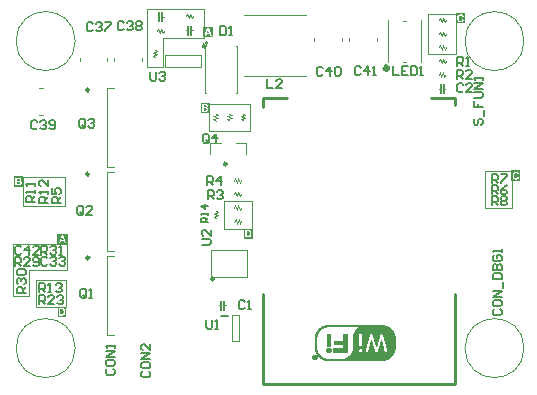
<source format=gto>
G04*
G04 #@! TF.GenerationSoftware,Altium Limited,Altium Designer,20.1.8 (145)*
G04*
G04 Layer_Color=16777215*
%FSAX44Y44*%
%MOMM*%
G71*
G04*
G04 #@! TF.SameCoordinates,038E23F0-B42B-4C45-894E-EE78EB3E0CC3*
G04*
G04*
G04 #@! TF.FilePolarity,Positive*
G04*
G01*
G75*
%ADD10C,0.2500*%
%ADD11C,0.5000*%
%ADD12C,0.1016*%
%ADD13C,0.2032*%
%ADD14C,0.1270*%
%ADD15C,0.0127*%
%ADD16C,0.2540*%
%ADD17C,0.1524*%
G36*
X00047625Y00056508D02*
X00040151D01*
Y00065043D01*
X00047625D01*
Y00056508D01*
D02*
G37*
G36*
X00205217Y00122743D02*
X00197744D01*
Y00131279D01*
X00205217D01*
Y00122743D01*
D02*
G37*
G36*
X00431990Y00171682D02*
X00424300D01*
Y00180453D01*
X00431990D01*
Y00171682D01*
D02*
G37*
G36*
X00385047Y00304908D02*
X00377358D01*
Y00313679D01*
X00385047D01*
Y00304908D01*
D02*
G37*
G36*
X00010761Y00166796D02*
X00003288D01*
Y00175331D01*
X00010761D01*
Y00166796D01*
D02*
G37*
G36*
X00168871Y00229052D02*
X00161398D01*
Y00237587D01*
X00168871D01*
Y00229052D01*
D02*
G37*
G36*
X00048547Y00118014D02*
X00039993D01*
Y00126550D01*
X00048547D01*
Y00118014D01*
D02*
G37*
G36*
X00171926Y00293342D02*
X00163372D01*
Y00301878D01*
X00171926D01*
Y00293342D01*
D02*
G37*
%LPC*%
G36*
X00043761Y00064027D02*
X00041167D01*
Y00057524D01*
X00043630D01*
X00043883Y00057533D01*
X00044118Y00057543D01*
X00044316Y00057561D01*
X00044475Y00057590D01*
X00044607Y00057618D01*
X00044710Y00057636D01*
X00044739Y00057646D01*
X00044767D01*
X00044776Y00057655D01*
X00044786D01*
X00044992Y00057730D01*
X00045180Y00057815D01*
X00045331Y00057900D01*
X00045462Y00057984D01*
X00045566Y00058059D01*
X00045641Y00058116D01*
X00045688Y00058153D01*
X00045707Y00058172D01*
X00045866Y00058351D01*
X00046007Y00058539D01*
X00046129Y00058736D01*
X00046224Y00058915D01*
X00046299Y00059084D01*
X00046336Y00059150D01*
X00046355Y00059206D01*
X00046374Y00059262D01*
X00046393Y00059300D01*
X00046402Y00059319D01*
Y00059328D01*
X00046468Y00059554D01*
X00046524Y00059789D01*
X00046562Y00060014D01*
X00046581Y00060230D01*
X00046590Y00060334D01*
X00046599Y00060428D01*
Y00060503D01*
X00046609Y00060578D01*
Y00060710D01*
X00046599Y00061039D01*
X00046571Y00061330D01*
X00046562Y00061471D01*
X00046543Y00061593D01*
X00046524Y00061715D01*
X00046505Y00061819D01*
X00046477Y00061913D01*
X00046459Y00061997D01*
X00046440Y00062072D01*
X00046430Y00062129D01*
X00046411Y00062176D01*
X00046402Y00062213D01*
X00046393Y00062232D01*
Y00062242D01*
X00046308Y00062467D01*
X00046205Y00062674D01*
X00046101Y00062852D01*
X00045998Y00063003D01*
X00045913Y00063125D01*
X00045838Y00063219D01*
X00045791Y00063275D01*
X00045782Y00063294D01*
X00045772D01*
X00045613Y00063444D01*
X00045453Y00063567D01*
X00045284Y00063670D01*
X00045133Y00063755D01*
X00045002Y00063820D01*
X00044889Y00063867D01*
X00044851Y00063877D01*
X00044823Y00063886D01*
X00044804Y00063896D01*
X00044795D01*
X00044616Y00063943D01*
X00044419Y00063971D01*
X00044212Y00063999D01*
X00044015Y00064008D01*
X00043836Y00064018D01*
X00043761Y00064027D01*
D02*
G37*
%LPD*%
G36*
X00043460Y00062918D02*
X00043573D01*
X00043667Y00062909D01*
X00043752D01*
X00043836Y00062899D01*
X00043902D01*
X00044006Y00062881D01*
X00044081Y00062871D01*
X00044128Y00062862D01*
X00044137D01*
X00044269Y00062824D01*
X00044381Y00062777D01*
X00044485Y00062730D01*
X00044579Y00062674D01*
X00044645Y00062627D01*
X00044701Y00062589D01*
X00044729Y00062561D01*
X00044739Y00062552D01*
X00044823Y00062458D01*
X00044898Y00062354D01*
X00044964Y00062251D01*
X00045021Y00062157D01*
X00045058Y00062063D01*
X00045086Y00061988D01*
X00045105Y00061941D01*
X00045115Y00061931D01*
Y00061922D01*
X00045162Y00061753D01*
X00045199Y00061574D01*
X00045218Y00061377D01*
X00045237Y00061189D01*
X00045246Y00061029D01*
X00045255Y00060954D01*
Y00060888D01*
Y00060841D01*
Y00060804D01*
Y00060775D01*
Y00060766D01*
X00045246Y00060503D01*
X00045237Y00060259D01*
X00045209Y00060061D01*
X00045190Y00059892D01*
X00045162Y00059751D01*
X00045152Y00059695D01*
X00045133Y00059657D01*
X00045124Y00059619D01*
Y00059591D01*
X00045115Y00059582D01*
Y00059573D01*
X00045058Y00059422D01*
X00045011Y00059291D01*
X00044945Y00059187D01*
X00044898Y00059103D01*
X00044851Y00059037D01*
X00044814Y00058990D01*
X00044786Y00058962D01*
X00044776Y00058952D01*
X00044692Y00058886D01*
X00044607Y00058830D01*
X00044523Y00058783D01*
X00044438Y00058745D01*
X00044363Y00058717D01*
X00044306Y00058699D01*
X00044269Y00058680D01*
X00044250D01*
X00044147Y00058661D01*
X00044024Y00058651D01*
X00043893Y00058633D01*
X00043761D01*
X00043639Y00058623D01*
X00042483D01*
Y00062928D01*
X00043338D01*
X00043460Y00062918D01*
D02*
G37*
%LPC*%
G36*
X00201354Y00130263D02*
X00198760D01*
Y00123759D01*
X00201222D01*
X00201476Y00123769D01*
X00201711Y00123778D01*
X00201908Y00123797D01*
X00202068Y00123825D01*
X00202199Y00123853D01*
X00202303Y00123872D01*
X00202331Y00123882D01*
X00202359D01*
X00202369Y00123891D01*
X00202378D01*
X00202585Y00123966D01*
X00202773Y00124051D01*
X00202923Y00124135D01*
X00203055Y00124220D01*
X00203158Y00124295D01*
X00203233Y00124352D01*
X00203280Y00124389D01*
X00203299Y00124408D01*
X00203459Y00124586D01*
X00203600Y00124774D01*
X00203722Y00124972D01*
X00203816Y00125150D01*
X00203891Y00125319D01*
X00203929Y00125385D01*
X00203947Y00125442D01*
X00203966Y00125498D01*
X00203985Y00125536D01*
X00203994Y00125554D01*
Y00125564D01*
X00204060Y00125789D01*
X00204117Y00126024D01*
X00204154Y00126250D01*
X00204173Y00126466D01*
X00204182Y00126569D01*
X00204192Y00126663D01*
Y00126739D01*
X00204201Y00126814D01*
Y00126945D01*
X00204192Y00127274D01*
X00204164Y00127566D01*
X00204154Y00127707D01*
X00204135Y00127829D01*
X00204117Y00127951D01*
X00204098Y00128054D01*
X00204070Y00128148D01*
X00204051Y00128233D01*
X00204032Y00128308D01*
X00204023Y00128364D01*
X00204004Y00128411D01*
X00203994Y00128449D01*
X00203985Y00128468D01*
Y00128477D01*
X00203900Y00128703D01*
X00203797Y00128910D01*
X00203694Y00129088D01*
X00203590Y00129239D01*
X00203506Y00129361D01*
X00203431Y00129455D01*
X00203384Y00129511D01*
X00203374Y00129530D01*
X00203365D01*
X00203205Y00129680D01*
X00203045Y00129802D01*
X00202876Y00129906D01*
X00202726Y00129990D01*
X00202594Y00130056D01*
X00202481Y00130103D01*
X00202444Y00130112D01*
X00202416Y00130122D01*
X00202397Y00130131D01*
X00202387D01*
X00202209Y00130178D01*
X00202011Y00130206D01*
X00201805Y00130235D01*
X00201607Y00130244D01*
X00201429Y00130253D01*
X00201354Y00130263D01*
D02*
G37*
%LPD*%
G36*
X00201053Y00129154D02*
X00201166D01*
X00201260Y00129144D01*
X00201344D01*
X00201429Y00129135D01*
X00201495D01*
X00201598Y00129116D01*
X00201673Y00129107D01*
X00201720Y00129097D01*
X00201730D01*
X00201861Y00129060D01*
X00201974Y00129013D01*
X00202077Y00128966D01*
X00202171Y00128910D01*
X00202237Y00128862D01*
X00202293Y00128825D01*
X00202322Y00128797D01*
X00202331Y00128787D01*
X00202416Y00128693D01*
X00202491Y00128590D01*
X00202556Y00128487D01*
X00202613Y00128393D01*
X00202651Y00128299D01*
X00202679Y00128223D01*
X00202698Y00128176D01*
X00202707Y00128167D01*
Y00128158D01*
X00202754Y00127989D01*
X00202792Y00127810D01*
X00202810Y00127613D01*
X00202829Y00127425D01*
X00202838Y00127265D01*
X00202848Y00127190D01*
Y00127124D01*
Y00127077D01*
Y00127039D01*
Y00127011D01*
Y00127002D01*
X00202838Y00126739D01*
X00202829Y00126494D01*
X00202801Y00126297D01*
X00202782Y00126128D01*
X00202754Y00125987D01*
X00202745Y00125930D01*
X00202726Y00125893D01*
X00202716Y00125855D01*
Y00125827D01*
X00202707Y00125818D01*
Y00125808D01*
X00202651Y00125658D01*
X00202603Y00125526D01*
X00202538Y00125423D01*
X00202491Y00125338D01*
X00202444Y00125273D01*
X00202406Y00125225D01*
X00202378Y00125197D01*
X00202369Y00125188D01*
X00202284Y00125122D01*
X00202199Y00125066D01*
X00202115Y00125019D01*
X00202030Y00124981D01*
X00201955Y00124953D01*
X00201899Y00124934D01*
X00201861Y00124915D01*
X00201842D01*
X00201739Y00124897D01*
X00201617Y00124887D01*
X00201485Y00124868D01*
X00201354D01*
X00201231Y00124859D01*
X00200075D01*
Y00129163D01*
X00200931D01*
X00201053Y00129154D01*
D02*
G37*
%LPC*%
G36*
X00428465Y00179437D02*
X00428352D01*
X00428108Y00179427D01*
X00427863Y00179399D01*
X00427647Y00179352D01*
X00427431Y00179296D01*
X00427243Y00179230D01*
X00427055Y00179155D01*
X00426895Y00179070D01*
X00426745Y00178986D01*
X00426604Y00178901D01*
X00426491Y00178816D01*
X00426388Y00178741D01*
X00426303Y00178675D01*
X00426237Y00178619D01*
X00426190Y00178572D01*
X00426162Y00178544D01*
X00426153Y00178534D01*
X00426002Y00178356D01*
X00425880Y00178168D01*
X00425768Y00177971D01*
X00425673Y00177764D01*
X00425589Y00177548D01*
X00425523Y00177341D01*
X00425467Y00177134D01*
X00425420Y00176937D01*
X00425382Y00176739D01*
X00425363Y00176570D01*
X00425345Y00176411D01*
X00425326Y00176279D01*
Y00176166D01*
X00425316Y00176082D01*
Y00176006D01*
X00425326Y00175724D01*
X00425354Y00175461D01*
X00425392Y00175208D01*
X00425448Y00174982D01*
X00425504Y00174766D01*
X00425579Y00174559D01*
X00425655Y00174380D01*
X00425730Y00174221D01*
X00425805Y00174070D01*
X00425880Y00173939D01*
X00425955Y00173835D01*
X00426012Y00173741D01*
X00426068Y00173676D01*
X00426106Y00173619D01*
X00426134Y00173591D01*
X00426143Y00173582D01*
X00426303Y00173422D01*
X00426472Y00173290D01*
X00426651Y00173168D01*
X00426829Y00173074D01*
X00427008Y00172990D01*
X00427187Y00172914D01*
X00427356Y00172858D01*
X00427515Y00172811D01*
X00427675Y00172773D01*
X00427816Y00172745D01*
X00427948Y00172726D01*
X00428051Y00172717D01*
X00428145Y00172708D01*
X00428211Y00172698D01*
X00428267D01*
X00428465Y00172708D01*
X00428643Y00172717D01*
X00428822Y00172745D01*
X00428982Y00172783D01*
X00429132Y00172820D01*
X00429273Y00172858D01*
X00429404Y00172905D01*
X00429527Y00172961D01*
X00429630Y00173008D01*
X00429724Y00173055D01*
X00429809Y00173093D01*
X00429874Y00173131D01*
X00429931Y00173168D01*
X00429968Y00173196D01*
X00429987Y00173206D01*
X00429997Y00173215D01*
X00430119Y00173319D01*
X00430232Y00173431D01*
X00430438Y00173685D01*
X00430607Y00173948D01*
X00430739Y00174202D01*
X00430795Y00174324D01*
X00430842Y00174437D01*
X00430880Y00174540D01*
X00430918Y00174625D01*
X00430946Y00174700D01*
X00430965Y00174756D01*
X00430974Y00174794D01*
Y00174803D01*
X00429696Y00175198D01*
X00429621Y00174944D01*
X00429536Y00174728D01*
X00429451Y00174550D01*
X00429357Y00174399D01*
X00429282Y00174286D01*
X00429216Y00174211D01*
X00429170Y00174164D01*
X00429151Y00174146D01*
X00429000Y00174033D01*
X00428850Y00173958D01*
X00428700Y00173901D01*
X00428568Y00173854D01*
X00428446Y00173835D01*
X00428343Y00173826D01*
X00428305Y00173817D01*
X00428258D01*
X00428126Y00173826D01*
X00428004Y00173835D01*
X00427779Y00173901D01*
X00427581Y00173976D01*
X00427421Y00174080D01*
X00427290Y00174174D01*
X00427196Y00174249D01*
X00427158Y00174286D01*
X00427130Y00174315D01*
X00427121Y00174324D01*
X00427111Y00174333D01*
X00427036Y00174437D01*
X00426970Y00174559D01*
X00426905Y00174691D01*
X00426858Y00174832D01*
X00426782Y00175123D01*
X00426726Y00175414D01*
X00426707Y00175555D01*
X00426698Y00175677D01*
X00426679Y00175800D01*
Y00175903D01*
X00426670Y00175978D01*
Y00176044D01*
Y00176091D01*
Y00176100D01*
X00426679Y00176317D01*
X00426688Y00176514D01*
X00426707Y00176692D01*
X00426735Y00176862D01*
X00426773Y00177012D01*
X00426811Y00177153D01*
X00426848Y00177275D01*
X00426895Y00177388D01*
X00426933Y00177482D01*
X00426970Y00177566D01*
X00427008Y00177632D01*
X00427046Y00177689D01*
X00427074Y00177736D01*
X00427093Y00177764D01*
X00427111Y00177783D01*
Y00177792D01*
X00427196Y00177886D01*
X00427290Y00177971D01*
X00427384Y00178036D01*
X00427487Y00178093D01*
X00427685Y00178187D01*
X00427873Y00178253D01*
X00428032Y00178290D01*
X00428108Y00178300D01*
X00428164Y00178309D01*
X00428220Y00178318D01*
X00428286D01*
X00428474Y00178309D01*
X00428643Y00178271D01*
X00428794Y00178224D01*
X00428925Y00178168D01*
X00429029Y00178111D01*
X00429104Y00178064D01*
X00429151Y00178027D01*
X00429170Y00178018D01*
X00429292Y00177905D01*
X00429404Y00177773D01*
X00429489Y00177642D01*
X00429555Y00177510D01*
X00429602Y00177397D01*
X00429630Y00177313D01*
X00429649Y00177275D01*
Y00177247D01*
X00429658Y00177237D01*
Y00177228D01*
X00430955Y00177538D01*
X00430861Y00177811D01*
X00430758Y00178046D01*
X00430645Y00178253D01*
X00430542Y00178422D01*
X00430438Y00178553D01*
X00430401Y00178610D01*
X00430363Y00178657D01*
X00430335Y00178685D01*
X00430307Y00178713D01*
X00430297Y00178732D01*
X00430288D01*
X00430147Y00178854D01*
X00429987Y00178967D01*
X00429837Y00179061D01*
X00429677Y00179136D01*
X00429508Y00179211D01*
X00429348Y00179268D01*
X00429188Y00179314D01*
X00429038Y00179352D01*
X00428897Y00179380D01*
X00428765Y00179399D01*
X00428653Y00179418D01*
X00428549Y00179427D01*
X00428465Y00179437D01*
D02*
G37*
G36*
X00381522Y00312663D02*
X00381409D01*
X00381165Y00312653D01*
X00380921Y00312625D01*
X00380705Y00312578D01*
X00380489Y00312522D01*
X00380300Y00312456D01*
X00380112Y00312381D01*
X00379953Y00312296D01*
X00379802Y00312212D01*
X00379661Y00312127D01*
X00379549Y00312042D01*
X00379445Y00311967D01*
X00379361Y00311901D01*
X00379295Y00311845D01*
X00379248Y00311798D01*
X00379220Y00311770D01*
X00379210Y00311761D01*
X00379060Y00311582D01*
X00378938Y00311394D01*
X00378825Y00311197D01*
X00378731Y00310990D01*
X00378647Y00310774D01*
X00378581Y00310567D01*
X00378524Y00310360D01*
X00378477Y00310163D01*
X00378440Y00309965D01*
X00378421Y00309796D01*
X00378402Y00309636D01*
X00378383Y00309505D01*
Y00309392D01*
X00378374Y00309308D01*
Y00309232D01*
X00378383Y00308951D01*
X00378411Y00308687D01*
X00378449Y00308434D01*
X00378506Y00308208D01*
X00378562Y00307992D01*
X00378637Y00307785D01*
X00378712Y00307607D01*
X00378787Y00307447D01*
X00378863Y00307296D01*
X00378938Y00307165D01*
X00379013Y00307062D01*
X00379069Y00306968D01*
X00379126Y00306902D01*
X00379163Y00306845D01*
X00379192Y00306817D01*
X00379201Y00306808D01*
X00379361Y00306648D01*
X00379530Y00306516D01*
X00379708Y00306394D01*
X00379887Y00306300D01*
X00380066Y00306216D01*
X00380244Y00306140D01*
X00380413Y00306084D01*
X00380573Y00306037D01*
X00380733Y00306000D01*
X00380874Y00305971D01*
X00381005Y00305952D01*
X00381109Y00305943D01*
X00381203Y00305934D01*
X00381269Y00305924D01*
X00381325D01*
X00381522Y00305934D01*
X00381701Y00305943D01*
X00381879Y00305971D01*
X00382039Y00306009D01*
X00382189Y00306047D01*
X00382331Y00306084D01*
X00382462Y00306131D01*
X00382584Y00306187D01*
X00382688Y00306234D01*
X00382782Y00306281D01*
X00382866Y00306319D01*
X00382932Y00306357D01*
X00382988Y00306394D01*
X00383026Y00306422D01*
X00383045Y00306432D01*
X00383054Y00306441D01*
X00383176Y00306545D01*
X00383289Y00306657D01*
X00383496Y00306911D01*
X00383665Y00307174D01*
X00383797Y00307428D01*
X00383853Y00307550D01*
X00383900Y00307663D01*
X00383937Y00307766D01*
X00383975Y00307851D01*
X00384003Y00307926D01*
X00384022Y00307983D01*
X00384031Y00308020D01*
Y00308029D01*
X00382753Y00308424D01*
X00382678Y00308170D01*
X00382594Y00307954D01*
X00382509Y00307776D01*
X00382415Y00307625D01*
X00382340Y00307513D01*
X00382274Y00307437D01*
X00382227Y00307390D01*
X00382208Y00307372D01*
X00382058Y00307259D01*
X00381908Y00307184D01*
X00381757Y00307127D01*
X00381626Y00307080D01*
X00381503Y00307062D01*
X00381400Y00307052D01*
X00381362Y00307043D01*
X00381315D01*
X00381184Y00307052D01*
X00381062Y00307062D01*
X00380836Y00307127D01*
X00380639Y00307202D01*
X00380479Y00307306D01*
X00380348Y00307400D01*
X00380253Y00307475D01*
X00380216Y00307513D01*
X00380188Y00307541D01*
X00380178Y00307550D01*
X00380169Y00307560D01*
X00380094Y00307663D01*
X00380028Y00307785D01*
X00379962Y00307917D01*
X00379915Y00308058D01*
X00379840Y00308349D01*
X00379784Y00308640D01*
X00379765Y00308781D01*
X00379755Y00308904D01*
X00379737Y00309026D01*
Y00309129D01*
X00379727Y00309204D01*
Y00309270D01*
Y00309317D01*
Y00309326D01*
X00379737Y00309543D01*
X00379746Y00309740D01*
X00379765Y00309918D01*
X00379793Y00310088D01*
X00379831Y00310238D01*
X00379868Y00310379D01*
X00379906Y00310501D01*
X00379953Y00310614D01*
X00379990Y00310708D01*
X00380028Y00310793D01*
X00380066Y00310858D01*
X00380103Y00310915D01*
X00380131Y00310962D01*
X00380150Y00310990D01*
X00380169Y00311009D01*
Y00311018D01*
X00380253Y00311112D01*
X00380348Y00311197D01*
X00380442Y00311262D01*
X00380545Y00311319D01*
X00380742Y00311413D01*
X00380930Y00311479D01*
X00381090Y00311516D01*
X00381165Y00311525D01*
X00381222Y00311535D01*
X00381278Y00311544D01*
X00381344D01*
X00381532Y00311535D01*
X00381701Y00311497D01*
X00381851Y00311450D01*
X00381983Y00311394D01*
X00382086Y00311338D01*
X00382161Y00311291D01*
X00382208Y00311253D01*
X00382227Y00311244D01*
X00382349Y00311131D01*
X00382462Y00310999D01*
X00382547Y00310868D01*
X00382612Y00310736D01*
X00382659Y00310623D01*
X00382688Y00310539D01*
X00382706Y00310501D01*
Y00310473D01*
X00382716Y00310464D01*
Y00310454D01*
X00384013Y00310764D01*
X00383919Y00311037D01*
X00383815Y00311272D01*
X00383703Y00311479D01*
X00383599Y00311648D01*
X00383496Y00311779D01*
X00383458Y00311836D01*
X00383421Y00311883D01*
X00383392Y00311911D01*
X00383364Y00311939D01*
X00383355Y00311958D01*
X00383345D01*
X00383204Y00312080D01*
X00383045Y00312193D01*
X00382894Y00312287D01*
X00382735Y00312362D01*
X00382565Y00312437D01*
X00382406Y00312493D01*
X00382246Y00312540D01*
X00382095Y00312578D01*
X00381955Y00312606D01*
X00381823Y00312625D01*
X00381710Y00312644D01*
X00381607Y00312653D01*
X00381522Y00312663D01*
D02*
G37*
G36*
X00007161Y00174315D02*
X00004304D01*
Y00167812D01*
X00007124D01*
X00007283Y00167822D01*
X00007565D01*
X00007678Y00167831D01*
X00007857D01*
X00007922Y00167840D01*
X00008016D01*
X00008054Y00167850D01*
X00008091D01*
X00008279Y00167878D01*
X00008449Y00167925D01*
X00008599Y00167972D01*
X00008730Y00168028D01*
X00008834Y00168075D01*
X00008909Y00168122D01*
X00008956Y00168150D01*
X00008975Y00168160D01*
X00009106Y00168263D01*
X00009210Y00168376D01*
X00009313Y00168479D01*
X00009388Y00168592D01*
X00009454Y00168686D01*
X00009501Y00168761D01*
X00009529Y00168808D01*
X00009539Y00168827D01*
X00009604Y00168987D01*
X00009661Y00169137D01*
X00009699Y00169287D01*
X00009717Y00169419D01*
X00009736Y00169532D01*
X00009746Y00169617D01*
Y00169692D01*
X00009736Y00169898D01*
X00009699Y00170086D01*
X00009642Y00170246D01*
X00009586Y00170396D01*
X00009529Y00170509D01*
X00009473Y00170594D01*
X00009435Y00170650D01*
X00009426Y00170669D01*
X00009294Y00170819D01*
X00009153Y00170942D01*
X00008994Y00171045D01*
X00008853Y00171120D01*
X00008721Y00171186D01*
X00008608Y00171233D01*
X00008571Y00171242D01*
X00008543Y00171252D01*
X00008524Y00171261D01*
X00008514D01*
X00008665Y00171346D01*
X00008796Y00171430D01*
X00008909Y00171534D01*
X00009003Y00171618D01*
X00009069Y00171703D01*
X00009125Y00171769D01*
X00009163Y00171816D01*
X00009172Y00171834D01*
X00009257Y00171985D01*
X00009323Y00172126D01*
X00009360Y00172267D01*
X00009398Y00172398D01*
X00009417Y00172511D01*
X00009426Y00172596D01*
Y00172652D01*
Y00172661D01*
Y00172671D01*
X00009417Y00172821D01*
X00009398Y00172972D01*
X00009360Y00173094D01*
X00009323Y00173207D01*
X00009285Y00173300D01*
X00009247Y00173376D01*
X00009229Y00173413D01*
X00009219Y00173432D01*
X00009144Y00173554D01*
X00009059Y00173658D01*
X00008975Y00173752D01*
X00008900Y00173836D01*
X00008824Y00173893D01*
X00008768Y00173940D01*
X00008730Y00173968D01*
X00008721Y00173977D01*
X00008608Y00174052D01*
X00008486Y00174109D01*
X00008373Y00174156D01*
X00008270Y00174193D01*
X00008176Y00174221D01*
X00008110Y00174240D01*
X00008063Y00174250D01*
X00008044D01*
X00007885Y00174268D01*
X00007706Y00174287D01*
X00007518Y00174297D01*
X00007330Y00174306D01*
X00007161Y00174315D01*
D02*
G37*
%LPD*%
G36*
X00007030Y00173225D02*
X00007274D01*
X00007330Y00173216D01*
X00007434D01*
X00007471Y00173207D01*
X00007481D01*
X00007593Y00173188D01*
X00007697Y00173160D01*
X00007781Y00173122D01*
X00007857Y00173084D01*
X00007904Y00173047D01*
X00007951Y00173009D01*
X00007969Y00172990D01*
X00007979Y00172981D01*
X00008035Y00172906D01*
X00008073Y00172821D01*
X00008110Y00172746D01*
X00008129Y00172671D01*
X00008138Y00172596D01*
X00008148Y00172539D01*
Y00172502D01*
Y00172492D01*
X00008138Y00172379D01*
X00008120Y00172276D01*
X00008082Y00172192D01*
X00008054Y00172116D01*
X00008016Y00172051D01*
X00007979Y00172013D01*
X00007960Y00171985D01*
X00007951Y00171975D01*
X00007875Y00171910D01*
X00007791Y00171863D01*
X00007706Y00171825D01*
X00007621Y00171797D01*
X00007537Y00171769D01*
X00007481Y00171759D01*
X00007443Y00171750D01*
X00007387D01*
X00007330Y00171740D01*
X00007039D01*
X00006879Y00171731D01*
X00005620D01*
Y00173235D01*
X00006926D01*
X00007030Y00173225D01*
D02*
G37*
G36*
X00007114Y00170641D02*
X00007227Y00170632D01*
X00007340D01*
X00007434Y00170622D01*
X00007518Y00170613D01*
X00007584Y00170603D01*
X00007650Y00170594D01*
X00007697Y00170585D01*
X00007772Y00170575D01*
X00007819Y00170556D01*
X00007828D01*
X00007922Y00170519D01*
X00008007Y00170472D01*
X00008082Y00170425D01*
X00008138Y00170368D01*
X00008185Y00170331D01*
X00008214Y00170293D01*
X00008232Y00170265D01*
X00008242Y00170256D01*
X00008289Y00170171D01*
X00008326Y00170086D01*
X00008355Y00170011D01*
X00008373Y00169927D01*
X00008383Y00169861D01*
X00008392Y00169804D01*
Y00169767D01*
Y00169757D01*
X00008383Y00169635D01*
X00008364Y00169522D01*
X00008336Y00169429D01*
X00008298Y00169353D01*
X00008261Y00169287D01*
X00008232Y00169241D01*
X00008214Y00169212D01*
X00008204Y00169203D01*
X00008129Y00169137D01*
X00008054Y00169081D01*
X00007969Y00169034D01*
X00007894Y00168996D01*
X00007828Y00168977D01*
X00007772Y00168959D01*
X00007734Y00168949D01*
X00007725D01*
X00007687Y00168940D01*
X00007631D01*
X00007509Y00168930D01*
X00007358Y00168921D01*
X00007208D01*
X00007067Y00168912D01*
X00005620D01*
Y00170650D01*
X00006982D01*
X00007114Y00170641D01*
D02*
G37*
%LPC*%
G36*
X00165271Y00236571D02*
X00162414D01*
Y00230068D01*
X00165233D01*
X00165393Y00230077D01*
X00165675D01*
X00165788Y00230086D01*
X00165966D01*
X00166032Y00230096D01*
X00166126D01*
X00166164Y00230105D01*
X00166201D01*
X00166389Y00230133D01*
X00166558Y00230180D01*
X00166709Y00230228D01*
X00166840Y00230284D01*
X00166944Y00230331D01*
X00167019Y00230378D01*
X00167066Y00230406D01*
X00167085Y00230415D01*
X00167216Y00230519D01*
X00167320Y00230632D01*
X00167423Y00230735D01*
X00167498Y00230848D01*
X00167564Y00230942D01*
X00167611Y00231017D01*
X00167639Y00231064D01*
X00167648Y00231083D01*
X00167714Y00231243D01*
X00167771Y00231393D01*
X00167808Y00231543D01*
X00167827Y00231675D01*
X00167846Y00231788D01*
X00167855Y00231872D01*
Y00231947D01*
X00167846Y00232154D01*
X00167808Y00232342D01*
X00167752Y00232502D01*
X00167695Y00232652D01*
X00167639Y00232765D01*
X00167583Y00232850D01*
X00167545Y00232906D01*
X00167536Y00232925D01*
X00167404Y00233075D01*
X00167263Y00233197D01*
X00167103Y00233301D01*
X00166962Y00233376D01*
X00166831Y00233442D01*
X00166718Y00233489D01*
X00166680Y00233498D01*
X00166652Y00233507D01*
X00166633Y00233517D01*
X00166624D01*
X00166774Y00233601D01*
X00166906Y00233686D01*
X00167019Y00233789D01*
X00167113Y00233874D01*
X00167178Y00233958D01*
X00167235Y00234024D01*
X00167272Y00234071D01*
X00167282Y00234090D01*
X00167367Y00234240D01*
X00167432Y00234381D01*
X00167470Y00234522D01*
X00167507Y00234654D01*
X00167526Y00234767D01*
X00167536Y00234851D01*
Y00234908D01*
Y00234917D01*
Y00234926D01*
X00167526Y00235077D01*
X00167507Y00235227D01*
X00167470Y00235349D01*
X00167432Y00235462D01*
X00167395Y00235556D01*
X00167357Y00235631D01*
X00167338Y00235669D01*
X00167329Y00235688D01*
X00167254Y00235810D01*
X00167169Y00235913D01*
X00167085Y00236007D01*
X00167009Y00236092D01*
X00166934Y00236148D01*
X00166878Y00236195D01*
X00166840Y00236223D01*
X00166831Y00236233D01*
X00166718Y00236308D01*
X00166596Y00236364D01*
X00166483Y00236411D01*
X00166380Y00236449D01*
X00166286Y00236477D01*
X00166220Y00236496D01*
X00166173Y00236505D01*
X00166154D01*
X00165994Y00236524D01*
X00165816Y00236543D01*
X00165628Y00236552D01*
X00165440Y00236562D01*
X00165271Y00236571D01*
D02*
G37*
%LPD*%
G36*
X00165139Y00235481D02*
X00165383D01*
X00165440Y00235472D01*
X00165543D01*
X00165581Y00235462D01*
X00165590D01*
X00165703Y00235443D01*
X00165806Y00235415D01*
X00165891Y00235378D01*
X00165966Y00235340D01*
X00166013Y00235302D01*
X00166060Y00235265D01*
X00166079Y00235246D01*
X00166088Y00235237D01*
X00166145Y00235161D01*
X00166182Y00235077D01*
X00166220Y00235002D01*
X00166239Y00234926D01*
X00166248Y00234851D01*
X00166257Y00234795D01*
Y00234757D01*
Y00234748D01*
X00166248Y00234635D01*
X00166229Y00234532D01*
X00166192Y00234447D01*
X00166164Y00234372D01*
X00166126Y00234306D01*
X00166088Y00234269D01*
X00166070Y00234240D01*
X00166060Y00234231D01*
X00165985Y00234165D01*
X00165900Y00234118D01*
X00165816Y00234081D01*
X00165731Y00234053D01*
X00165647Y00234024D01*
X00165590Y00234015D01*
X00165553Y00234006D01*
X00165496D01*
X00165440Y00233996D01*
X00165149D01*
X00164989Y00233987D01*
X00163729D01*
Y00235490D01*
X00165036D01*
X00165139Y00235481D01*
D02*
G37*
G36*
X00165224Y00232896D02*
X00165336Y00232887D01*
X00165449D01*
X00165543Y00232878D01*
X00165628Y00232868D01*
X00165694Y00232859D01*
X00165759Y00232850D01*
X00165806Y00232840D01*
X00165882Y00232831D01*
X00165929Y00232812D01*
X00165938D01*
X00166032Y00232774D01*
X00166117Y00232727D01*
X00166192Y00232680D01*
X00166248Y00232624D01*
X00166295Y00232586D01*
X00166323Y00232549D01*
X00166342Y00232521D01*
X00166352Y00232511D01*
X00166399Y00232427D01*
X00166436Y00232342D01*
X00166464Y00232267D01*
X00166483Y00232182D01*
X00166493Y00232117D01*
X00166502Y00232060D01*
Y00232022D01*
Y00232013D01*
X00166493Y00231891D01*
X00166474Y00231778D01*
X00166446Y00231684D01*
X00166408Y00231609D01*
X00166370Y00231543D01*
X00166342Y00231496D01*
X00166323Y00231468D01*
X00166314Y00231459D01*
X00166239Y00231393D01*
X00166164Y00231336D01*
X00166079Y00231290D01*
X00166004Y00231252D01*
X00165938Y00231233D01*
X00165882Y00231214D01*
X00165844Y00231205D01*
X00165835D01*
X00165797Y00231196D01*
X00165741D01*
X00165618Y00231186D01*
X00165468Y00231177D01*
X00165318D01*
X00165177Y00231167D01*
X00163729D01*
Y00232906D01*
X00165092D01*
X00165224Y00232896D01*
D02*
G37*
%LPC*%
G36*
X00044918Y00125534D02*
X00043527D01*
X00041009Y00119030D01*
X00042400D01*
X00042936Y00120506D01*
X00045548D01*
X00046112Y00119030D01*
X00047531D01*
X00044918Y00125534D01*
D02*
G37*
%LPD*%
G36*
X00045125Y00121605D02*
X00043330D01*
X00044214Y00124021D01*
X00045125Y00121605D01*
D02*
G37*
%LPC*%
G36*
X00168297Y00300862D02*
X00166907D01*
X00164388Y00294359D01*
X00165779D01*
X00166314Y00295834D01*
X00168927D01*
X00169491Y00294359D01*
X00170910D01*
X00168297Y00300862D01*
D02*
G37*
%LPD*%
G36*
X00168504Y00296933D02*
X00166709D01*
X00167593Y00299349D01*
X00168504Y00296933D01*
D02*
G37*
D10*
X00165518Y00285776D02*
G03*
X00165518Y00285776I-00001250J00000000D01*
G01*
X00172686Y00088706D02*
G03*
X00172686Y00088706I-00001250J00000000D01*
G01*
X00066845Y00106566D02*
G03*
X00066845Y00106566I-00001250J00000000D01*
G01*
Y00177331D02*
G03*
X00066845Y00177331I-00001250J00000000D01*
G01*
Y00248603D02*
G03*
X00066845Y00248603I-00001250J00000000D01*
G01*
X00183256Y00186055D02*
G03*
X00183256Y00186055I-00001250J00000000D01*
G01*
D11*
X00319474Y00266958D02*
G03*
X00319474Y00266958I-00001000J00000000D01*
G01*
D12*
X00435000Y00290000D02*
G03*
X00435000Y00290000I-00025000J00000000D01*
G01*
X00167308Y00288192D02*
G03*
X00167308Y00288192I-00001250J00000000D01*
G01*
X00435000Y00030000D02*
G03*
X00435000Y00030000I-00025000J00000000D01*
G01*
X00055000D02*
G03*
X00055000Y00030000I-00025000J00000000D01*
G01*
Y00290000D02*
G03*
X00055000Y00290000I-00025000J00000000D01*
G01*
X00180750Y00131188D02*
X00204699D01*
X00180750D02*
Y00154436D01*
X00204699Y00131188D02*
Y00154436D01*
X00180750D02*
X00204699D01*
X00022260Y00087337D02*
X00047099D01*
Y00064750D02*
Y00087337D01*
X00022260Y00064750D02*
Y00087337D01*
Y00064750D02*
X00047099D01*
X00193890Y00035706D02*
X00193890Y00057706D01*
X00187890Y00035706D02*
Y00057706D01*
Y00035706D02*
X00193890D01*
X00187890Y00057706D02*
X00193890D01*
X00181176Y00066459D02*
X00182700D01*
X00177112D02*
X00178636D01*
X00169506Y00194055D02*
Y00204055D01*
X00178248D01*
X00199506Y00194055D02*
Y00204055D01*
X00190764D02*
X00199506D01*
X00081978Y00108316D02*
X00087727D01*
X00081978Y00041316D02*
Y00108316D01*
Y00041316D02*
X00087727D01*
X00169906Y00090414D02*
X00200906D01*
X00169906Y00113414D02*
X00200906D01*
X00169906Y00090414D02*
Y00113414D01*
X00200906Y00090414D02*
Y00113414D01*
X00172466Y00141233D02*
X00174244Y00140217D01*
X00172466Y00141233D02*
X00176276Y00142503D01*
X00172466Y00143773D02*
X00176276Y00142503D01*
X00172466Y00143773D02*
X00176276Y00145043D01*
X00174202Y00145965D02*
X00176276Y00145043D01*
X00024666Y00250639D02*
X00027666D01*
X00024666Y00227139D02*
X00027666D01*
X00111734Y00272776D02*
Y00275776D01*
X00088234Y00272776D02*
Y00275776D01*
X00257521Y00289644D02*
Y00292644D01*
X00281021Y00289644D02*
Y00292644D01*
X00082271Y00272776D02*
Y00275776D01*
X00058771Y00272776D02*
Y00275776D01*
X00287024Y00289644D02*
Y00292644D01*
X00310523Y00289644D02*
Y00292644D01*
X00367746Y00282629D02*
X00368668Y00284703D01*
X00366476Y00286439D02*
X00367746Y00282629D01*
X00365206D02*
X00366476Y00286439D01*
X00363936D02*
X00365206Y00282629D01*
X00362920Y00284661D02*
X00363936Y00286439D01*
X00362920Y00296244D02*
X00363936Y00298022D01*
X00365206Y00294212D01*
X00366476Y00298022D01*
X00367746Y00294212D01*
X00368668Y00296285D01*
X00367746Y00305714D02*
X00368668Y00307788D01*
X00366476Y00309524D02*
X00367746Y00305714D01*
X00365206D02*
X00366476Y00309524D01*
X00363936D02*
X00365206Y00305714D01*
X00362920Y00307746D02*
X00363936Y00309524D01*
X00367746Y00271126D02*
X00368668Y00273200D01*
X00366476Y00274936D02*
X00367746Y00271126D01*
X00365206D02*
X00366476Y00274936D01*
X00363936D02*
X00365206Y00271126D01*
X00362920Y00273158D02*
X00363936Y00274936D01*
X00362760Y00261614D02*
X00363682Y00263688D01*
X00364952Y00259878D01*
X00366222Y00263688D01*
X00367492Y00259878D01*
X00368508Y00261656D01*
X00115669Y00268338D02*
X00129409D01*
X00115669D02*
Y00316734D01*
X00128849Y00310726D02*
X00130373D01*
X00124785D02*
X00126309D01*
X00130768Y00278026D02*
X00161768D01*
X00130768Y00268026D02*
X00161768D01*
Y00278026D01*
X00130768Y00268026D02*
Y00278026D01*
X00124625Y00298164D02*
X00125547Y00300238D01*
X00126817Y00296428D01*
X00128087Y00300238D01*
X00129357Y00296428D01*
X00130373Y00298206D01*
X00194310Y00170180D02*
X00195326Y00171958D01*
X00193040Y00173990D02*
X00194310Y00170180D01*
X00191770D02*
X00193040Y00173990D01*
X00190500D02*
X00191770Y00170180D01*
X00189578Y00171916D02*
X00190500Y00173990D01*
X00194310Y00158496D02*
X00195326Y00160274D01*
X00193040Y00162306D02*
X00194310Y00158496D01*
X00191770D02*
X00193040Y00162306D01*
X00190500D02*
X00191770Y00158496D01*
X00189578Y00160232D02*
X00190500Y00162306D01*
X00149070Y00311404D02*
X00150086Y00313182D01*
X00151356Y00309372D01*
X00152626Y00313182D01*
X00153896Y00309372D01*
X00154818Y00311446D01*
X00153134Y00299240D02*
X00154658D01*
X00149070D02*
X00150594D01*
X00081978Y00250354D02*
X00087727D01*
X00081978Y00183354D02*
Y00250354D01*
Y00183354D02*
X00087727D01*
X00010494Y00174822D02*
X00046293D01*
X00010494Y00150168D02*
Y00174822D01*
X00402218Y00179975D02*
X00424768D01*
Y00148714D02*
Y00179975D01*
X00353442Y00313173D02*
X00377860D01*
Y00278828D02*
Y00313173D01*
X00353442Y00278828D02*
X00377860D01*
X00353442D02*
Y00313173D01*
X00402218Y00148714D02*
Y00179975D01*
Y00148714D02*
X00424768D01*
X00319714Y00272568D02*
Y00307568D01*
X00347714Y00272568D02*
Y00307568D01*
X00332190Y00307344D02*
X00335238D01*
X00332190Y00272546D02*
X00335238D01*
X00122801Y00282372D02*
X00124579Y00281356D01*
X00120769Y00280086D02*
X00124579Y00281356D01*
X00120769Y00280086D02*
X00124579Y00278816D01*
X00120769Y00277546D02*
X00124579Y00278816D01*
X00120769Y00277546D02*
X00122843Y00276624D01*
X00046293Y00150168D02*
Y00174822D01*
X00010494Y00150168D02*
X00046293D01*
X00168364Y00213822D02*
Y00237078D01*
Y00213822D02*
X00202669D01*
Y00237078D01*
X00168364D02*
X00202669D01*
X00048000Y00096500D02*
Y00118500D01*
X00002708D02*
X00048000D01*
X00002708Y00074250D02*
X00016013D01*
X00002708D02*
Y00118500D01*
X00016013Y00074250D02*
Y00096500D01*
X00048000D01*
X00129409Y00292455D02*
X00163793D01*
X00129409Y00268338D02*
Y00292455D01*
X00165004Y00245840D02*
Y00285840D01*
X00192004Y00245840D02*
Y00285840D01*
X00165004Y00245840D02*
X00165746D01*
X00165004Y00285840D02*
X00165746D01*
X00191262Y00245840D02*
X00192004D01*
X00191262Y00285840D02*
X00192004D01*
X00362920Y00249464D02*
X00364444D01*
X00366984D02*
X00368508D01*
X00081978Y00112081D02*
X00087727D01*
X00081978D02*
Y00179081D01*
X00087727D01*
X00194328Y00146959D02*
X00195344Y00148737D01*
X00193058Y00150769D02*
X00194328Y00146959D01*
X00191788D02*
X00193058Y00150769D01*
X00190518D02*
X00191788Y00146959D01*
X00189596Y00148696D02*
X00190518Y00150769D01*
X00183804Y00223856D02*
X00185581Y00222840D01*
X00183804Y00223856D02*
X00187614Y00225126D01*
X00183804Y00226396D02*
X00187614Y00225126D01*
X00183804Y00226396D02*
X00187614Y00227666D01*
X00185540Y00228588D02*
X00187614Y00227666D01*
X00174079Y00228428D02*
X00175857Y00227412D01*
X00172047Y00226142D02*
X00175857Y00227412D01*
X00172047Y00226142D02*
X00175857Y00224872D01*
X00172047Y00223602D02*
X00175857Y00224872D01*
X00172047Y00223602D02*
X00174121Y00222680D01*
X00197042Y00228588D02*
X00199116Y00227666D01*
X00195306Y00226396D02*
X00199116Y00227666D01*
X00195306Y00226396D02*
X00199116Y00225126D01*
X00195306Y00223856D02*
X00199116Y00225126D01*
X00195306Y00223856D02*
X00197084Y00222840D01*
X00197526Y00260128D02*
X00250527D01*
X00197526Y00312128D02*
X00250527D01*
X00194582Y00135142D02*
X00195504Y00137216D01*
X00193312Y00138952D02*
X00194582Y00135142D01*
X00192042D02*
X00193312Y00138952D01*
X00190772D02*
X00192042Y00135142D01*
X00189756Y00137174D02*
X00190772Y00138952D01*
X00115669Y00316734D02*
X00163793D01*
Y00292455D02*
Y00316734D01*
D13*
X00178444Y00057120D02*
X00184394D01*
D14*
X00181176Y00062649D02*
Y00070269D01*
X00178636Y00062649D02*
Y00070269D01*
X00128849Y00306916D02*
Y00314536D01*
X00126309Y00306916D02*
Y00314536D01*
X00153134Y00295431D02*
Y00303050D01*
X00150594Y00295431D02*
Y00303050D01*
X00364444Y00245654D02*
Y00253274D01*
X00366984Y00245654D02*
Y00253274D01*
D15*
X00268250Y00049471D02*
X00315240D01*
X00267234Y00049344D02*
X00316129D01*
X00266726Y00049217D02*
X00316764D01*
X00266218Y00049090D02*
X00317272D01*
X00265837Y00048963D02*
X00317653D01*
X00265456Y00048836D02*
X00318034D01*
X00265075Y00048709D02*
X00318415D01*
X00264821Y00048582D02*
X00318669D01*
X00264567Y00048455D02*
X00318923D01*
X00264313Y00048328D02*
X00267996D01*
X00295047D02*
X00319177D01*
X00264059Y00048201D02*
X00267107D01*
X00294920D02*
X00319431D01*
X00263805Y00048074D02*
X00266472D01*
X00294666D02*
X00319685D01*
X00263551Y00047947D02*
X00266091D01*
X00294539D02*
X00319939D01*
X00263297Y00047820D02*
X00265710D01*
X00294412D02*
X00320193D01*
X00263170Y00047693D02*
X00265329D01*
X00294285D02*
X00320320D01*
X00262916Y00047566D02*
X00265075D01*
X00294158D02*
X00320574D01*
X00262789Y00047439D02*
X00264821D01*
X00294031D02*
X00320701D01*
X00262662Y00047312D02*
X00264567D01*
X00293904D02*
X00320955D01*
X00262408Y00047185D02*
X00264313D01*
X00293777D02*
X00321082D01*
X00262281Y00047058D02*
X00264059D01*
X00293650D02*
X00321209D01*
X00262154Y00046931D02*
X00263805D01*
X00293523D02*
X00321336D01*
X00262027Y00046804D02*
X00263678D01*
X00293396D02*
X00321463D01*
X00261773Y00046677D02*
X00263424D01*
X00293269D02*
X00321717D01*
X00261646Y00046550D02*
X00263297D01*
X00293142D02*
X00321844D01*
X00261519Y00046423D02*
X00263170D01*
X00293142D02*
X00321971D01*
X00261392Y00046296D02*
X00262916D01*
X00293015D02*
X00322098D01*
X00261265Y00046169D02*
X00262789D01*
X00292888D02*
X00322225D01*
X00261138Y00046042D02*
X00262662D01*
X00292761D02*
X00322352D01*
X00261011Y00045915D02*
X00262535D01*
X00292634D02*
X00322479D01*
X00260884Y00045788D02*
X00262408D01*
X00292634D02*
X00322606D01*
X00260757Y00045661D02*
X00262154D01*
X00292507D02*
X00322733D01*
X00260757Y00045534D02*
X00262027D01*
X00292380D02*
X00322860D01*
X00260630Y00045407D02*
X00261900D01*
X00292380D02*
X00322860D01*
X00260503Y00045280D02*
X00261773D01*
X00292253D02*
X00322987D01*
X00260376Y00045153D02*
X00261773D01*
X00292126D02*
X00323114D01*
X00260249Y00045026D02*
X00261646D01*
X00292126D02*
X00323241D01*
X00260249Y00044899D02*
X00261519D01*
X00291999D02*
X00323241D01*
X00260122Y00044772D02*
X00261392D01*
X00291872D02*
X00323368D01*
X00259995Y00044645D02*
X00261265D01*
X00291872D02*
X00323495D01*
X00259868Y00044518D02*
X00261138D01*
X00291745D02*
X00323622D01*
X00259868Y00044391D02*
X00261138D01*
X00291745D02*
X00323622D01*
X00259741Y00044264D02*
X00261011D01*
X00291618D02*
X00323749D01*
X00259614Y00044137D02*
X00260884D01*
X00291618D02*
X00323876D01*
X00259614Y00044010D02*
X00260757D01*
X00291491D02*
X00323876D01*
X00259487Y00043883D02*
X00260757D01*
X00291491D02*
X00324003D01*
X00259487Y00043756D02*
X00260630D01*
X00291364D02*
X00324003D01*
X00259360Y00043629D02*
X00260503D01*
X00291364D02*
X00324130D01*
X00259360Y00043502D02*
X00260503D01*
X00291237D02*
X00324257D01*
X00259233Y00043375D02*
X00260376D01*
X00291237D02*
X00324257D01*
X00259233Y00043248D02*
X00260376D01*
X00291237D02*
X00324384D01*
X00259106Y00043121D02*
X00260249D01*
X00291110D02*
X00324384D01*
X00259106Y00042994D02*
X00260249D01*
X00291110D02*
X00324511D01*
X00258979Y00042867D02*
X00260122D01*
X00290983D02*
X00324511D01*
X00258979Y00042740D02*
X00260122D01*
X00290983D02*
X00324511D01*
X00258852Y00042613D02*
X00259995D01*
X00290983D02*
X00324638D01*
X00258852Y00042486D02*
X00259995D01*
X00290856D02*
X00324638D01*
X00258725Y00042359D02*
X00259868D01*
X00267869D02*
X00267996D01*
X00268377D02*
X00270409D01*
X00270663D02*
X00270917D01*
X00281585D02*
X00284760D01*
X00290856D02*
X00294793D01*
X00297968D02*
X00303937D01*
X00305969D02*
X00306223D01*
X00306350D02*
X00306477D01*
X00306731D02*
X00313081D01*
X00315113D02*
X00315240D01*
X00315494D02*
X00324765D01*
X00258725Y00042232D02*
X00259868D01*
X00267869D02*
X00271171D01*
X00281585D02*
X00285014D01*
X00290856D02*
X00294793D01*
X00298095D02*
X00303937D01*
X00306731D02*
X00312827D01*
X00315621D02*
X00324765D01*
X00258725Y00042105D02*
X00259741D01*
X00267869D02*
X00271171D01*
X00281585D02*
X00285014D01*
X00290729D02*
X00294793D01*
X00298095D02*
X00303810D01*
X00306731D02*
X00312827D01*
X00315621D02*
X00324765D01*
X00258598Y00041978D02*
X00259741D01*
X00267869D02*
X00271171D01*
X00281585D02*
X00285014D01*
X00290729D02*
X00294793D01*
X00298095D02*
X00303810D01*
X00306858D02*
X00312827D01*
X00315621D02*
X00324892D01*
X00258598Y00041851D02*
X00259741D01*
X00267869D02*
X00271171D01*
X00281585D02*
X00285014D01*
X00290729D02*
X00294793D01*
X00297968D02*
X00303810D01*
X00306858D02*
X00312700D01*
X00315748D02*
X00324892D01*
X00258598Y00041724D02*
X00259614D01*
X00267869D02*
X00271171D01*
X00281585D02*
X00285014D01*
X00290729D02*
X00294793D01*
X00297968D02*
X00303810D01*
X00306858D02*
X00312700D01*
X00315748D02*
X00325019D01*
X00258471Y00041597D02*
X00259614D01*
X00267869D02*
X00271171D01*
X00281585D02*
X00285014D01*
X00290602D02*
X00294793D01*
X00298095D02*
X00303683D01*
X00306985D02*
X00312700D01*
X00315748D02*
X00325019D01*
X00258471Y00041470D02*
X00259614D01*
X00267869D02*
X00271171D01*
X00281585D02*
X00285014D01*
X00290602D02*
X00294793D01*
X00298095D02*
X00303683D01*
X00306985D02*
X00312573D01*
X00315748D02*
X00325019D01*
X00258471Y00041343D02*
X00259487D01*
X00267869D02*
X00271171D01*
X00281585D02*
X00285014D01*
X00290602D02*
X00294793D01*
X00298095D02*
X00303683D01*
X00306985D02*
X00312573D01*
X00315875D02*
X00325019D01*
X00258344Y00041216D02*
X00259487D01*
X00267869D02*
X00271171D01*
X00281585D02*
X00285014D01*
X00290602D02*
X00294793D01*
X00298095D02*
X00303683D01*
X00306985D02*
X00312573D01*
X00315875D02*
X00325146D01*
X00258344Y00041089D02*
X00259487D01*
X00267869D02*
X00271171D01*
X00281585D02*
X00285014D01*
X00290475D02*
X00294793D01*
X00298095D02*
X00303556D01*
X00307112D02*
X00312573D01*
X00315875D02*
X00325146D01*
X00258344Y00040962D02*
X00259360D01*
X00267869D02*
X00271171D01*
X00281585D02*
X00285014D01*
X00290475D02*
X00294793D01*
X00298095D02*
X00303556D01*
X00307112D02*
X00312446D01*
X00316002D02*
X00325146D01*
X00258344Y00040835D02*
X00259360D01*
X00267869D02*
X00271171D01*
X00281585D02*
X00285014D01*
X00290475D02*
X00294793D01*
X00298095D02*
X00303556D01*
X00307112D02*
X00312446D01*
X00316002D02*
X00325273D01*
X00258217Y00040708D02*
X00259360D01*
X00267869D02*
X00271171D01*
X00281585D02*
X00285014D01*
X00290475D02*
X00294793D01*
X00298095D02*
X00303429D01*
X00307239D02*
X00312446D01*
X00316002D02*
X00325273D01*
X00258217Y00040581D02*
X00259360D01*
X00267869D02*
X00271171D01*
X00281585D02*
X00285014D01*
X00290475D02*
X00294793D01*
X00298095D02*
X00303429D01*
X00307239D02*
X00312319D01*
X00316002D02*
X00325273D01*
X00258217Y00040454D02*
X00259233D01*
X00267869D02*
X00271171D01*
X00281585D02*
X00285014D01*
X00290348D02*
X00294793D01*
X00298095D02*
X00303429D01*
X00307239D02*
X00312319D01*
X00316129D02*
X00325273D01*
X00258217Y00040327D02*
X00259233D01*
X00267869D02*
X00271171D01*
X00281585D02*
X00285014D01*
X00290348D02*
X00294793D01*
X00298095D02*
X00303429D01*
X00307239D02*
X00312319D01*
X00316129D02*
X00325273D01*
X00258217Y00040200D02*
X00259233D01*
X00267869D02*
X00271171D01*
X00281585D02*
X00285014D01*
X00290348D02*
X00294793D01*
X00298095D02*
X00303302D01*
X00307366D02*
X00312319D01*
X00316129D02*
X00325400D01*
X00258090Y00040073D02*
X00259233D01*
X00267869D02*
X00271171D01*
X00281585D02*
X00285014D01*
X00290348D02*
X00294793D01*
X00298095D02*
X00303302D01*
X00307366D02*
X00312192D01*
X00316129D02*
X00325400D01*
X00258090Y00039946D02*
X00259233D01*
X00267869D02*
X00271171D01*
X00281585D02*
X00285014D01*
X00290348D02*
X00294793D01*
X00298095D02*
X00303302D01*
X00307366D02*
X00312192D01*
X00316256D02*
X00325400D01*
X00258090Y00039819D02*
X00259106D01*
X00267869D02*
X00271171D01*
X00281585D02*
X00285014D01*
X00290348D02*
X00294793D01*
X00298095D02*
X00303302D01*
X00307493D02*
X00312192D01*
X00316256D02*
X00325400D01*
X00258090Y00039692D02*
X00259106D01*
X00267869D02*
X00271171D01*
X00281585D02*
X00285014D01*
X00290348D02*
X00294793D01*
X00298095D02*
X00303175D01*
X00307493D02*
X00312065D01*
X00316256D02*
X00325400D01*
X00258090Y00039565D02*
X00259106D01*
X00267869D02*
X00271171D01*
X00281585D02*
X00285014D01*
X00290348D02*
X00294793D01*
X00298095D02*
X00303175D01*
X00307493D02*
X00312065D01*
X00316256D02*
X00325400D01*
X00258090Y00039438D02*
X00259106D01*
X00267869D02*
X00271171D01*
X00281585D02*
X00285014D01*
X00290221D02*
X00294793D01*
X00298095D02*
X00303175D01*
X00307620D02*
X00312065D01*
X00316383D02*
X00325400D01*
X00257963Y00039311D02*
X00259106D01*
X00267869D02*
X00271171D01*
X00281585D02*
X00285014D01*
X00290221D02*
X00294793D01*
X00298095D02*
X00303175D01*
X00307620D02*
X00312065D01*
X00316383D02*
X00325527D01*
X00257963Y00039184D02*
X00259106D01*
X00267869D02*
X00271171D01*
X00281585D02*
X00285014D01*
X00290221D02*
X00294793D01*
X00298095D02*
X00303048D01*
X00307620D02*
X00311938D01*
X00316383D02*
X00325527D01*
X00257963Y00039057D02*
X00259106D01*
X00267869D02*
X00271171D01*
X00281585D02*
X00285014D01*
X00290221D02*
X00294793D01*
X00298095D02*
X00303048D01*
X00307620D02*
X00311938D01*
X00316510D02*
X00325527D01*
X00257963Y00038930D02*
X00259106D01*
X00267869D02*
X00271171D01*
X00281585D02*
X00285014D01*
X00290221D02*
X00294793D01*
X00298095D02*
X00303048D01*
X00307747D02*
X00311938D01*
X00316510D02*
X00325527D01*
X00257963Y00038803D02*
X00259106D01*
X00267869D02*
X00271171D01*
X00281585D02*
X00285014D01*
X00290221D02*
X00294793D01*
X00298095D02*
X00303048D01*
X00307747D02*
X00311811D01*
X00316510D02*
X00325527D01*
X00257963Y00038676D02*
X00259106D01*
X00267869D02*
X00271171D01*
X00281585D02*
X00285014D01*
X00290221D02*
X00294793D01*
X00298095D02*
X00302921D01*
X00307747D02*
X00311811D01*
X00316510D02*
X00325527D01*
X00257963Y00038549D02*
X00259106D01*
X00267869D02*
X00271171D01*
X00281585D02*
X00285014D01*
X00290221D02*
X00294793D01*
X00298095D02*
X00302921D01*
X00307874D02*
X00311811D01*
X00316637D02*
X00325527D01*
X00257963Y00038422D02*
X00259106D01*
X00267869D02*
X00271171D01*
X00281585D02*
X00285014D01*
X00290221D02*
X00294793D01*
X00298095D02*
X00302921D01*
X00307874D02*
X00311811D01*
X00316637D02*
X00325527D01*
X00257963Y00038295D02*
X00259106D01*
X00267869D02*
X00271171D01*
X00281585D02*
X00285014D01*
X00290221D02*
X00294793D01*
X00298095D02*
X00302794D01*
X00307874D02*
X00311684D01*
X00316637D02*
X00325527D01*
X00257963Y00038168D02*
X00259106D01*
X00267869D02*
X00271171D01*
X00281585D02*
X00285014D01*
X00290221D02*
X00294793D01*
X00298095D02*
X00302794D01*
X00307874D02*
X00311684D01*
X00316637D02*
X00325527D01*
X00257963Y00038041D02*
X00259106D01*
X00267869D02*
X00271171D01*
X00281585D02*
X00285014D01*
X00290221D02*
X00294793D01*
X00298095D02*
X00302794D01*
X00308001D02*
X00311684D01*
X00316764D02*
X00325527D01*
X00257963Y00037914D02*
X00259106D01*
X00267869D02*
X00271171D01*
X00281585D02*
X00285014D01*
X00290221D02*
X00294793D01*
X00298095D02*
X00302794D01*
X00308001D02*
X00311557D01*
X00316764D02*
X00325527D01*
X00257963Y00037787D02*
X00259106D01*
X00267869D02*
X00271171D01*
X00281585D02*
X00285014D01*
X00290221D02*
X00294793D01*
X00298095D02*
X00302667D01*
X00308001D02*
X00311557D01*
X00316764D02*
X00325527D01*
X00257963Y00037660D02*
X00259106D01*
X00267869D02*
X00271171D01*
X00281585D02*
X00285014D01*
X00290221D02*
X00294793D01*
X00298095D02*
X00302667D01*
X00308001D02*
X00311557D01*
X00316764D02*
X00325527D01*
X00257963Y00037533D02*
X00259106D01*
X00267869D02*
X00271171D01*
X00281585D02*
X00285014D01*
X00290221D02*
X00294793D01*
X00298095D02*
X00302667D01*
X00308128D02*
X00311557D01*
X00316891D02*
X00325527D01*
X00257963Y00037406D02*
X00259106D01*
X00267869D02*
X00271171D01*
X00281585D02*
X00285014D01*
X00290221D02*
X00294793D01*
X00298095D02*
X00302667D01*
X00308128D02*
X00311430D01*
X00316891D02*
X00325527D01*
X00257963Y00037279D02*
X00259106D01*
X00267869D02*
X00271171D01*
X00281585D02*
X00285014D01*
X00290221D02*
X00294793D01*
X00298095D02*
X00302540D01*
X00308128D02*
X00311430D01*
X00316891D02*
X00325527D01*
X00257963Y00037152D02*
X00259106D01*
X00267869D02*
X00271171D01*
X00281585D02*
X00285014D01*
X00290221D02*
X00294793D01*
X00298095D02*
X00302540D01*
X00308255D02*
X00311430D01*
X00317018D02*
X00325527D01*
X00257963Y00037025D02*
X00259106D01*
X00267869D02*
X00271171D01*
X00281585D02*
X00285014D01*
X00290221D02*
X00294793D01*
X00298095D02*
X00302540D01*
X00308255D02*
X00311303D01*
X00317018D02*
X00325527D01*
X00257963Y00036898D02*
X00259106D01*
X00267869D02*
X00271171D01*
X00281585D02*
X00285014D01*
X00290221D02*
X00294793D01*
X00298095D02*
X00302540D01*
X00305334D02*
X00305461D01*
X00308255D02*
X00311303D01*
X00317018D02*
X00325527D01*
X00257963Y00036771D02*
X00259106D01*
X00267869D02*
X00271171D01*
X00281585D02*
X00285014D01*
X00290221D02*
X00294793D01*
X00298095D02*
X00302413D01*
X00305334D02*
X00305461D01*
X00308382D02*
X00311303D01*
X00317018D02*
X00325527D01*
X00257963Y00036644D02*
X00259106D01*
X00267869D02*
X00271171D01*
X00281585D02*
X00285014D01*
X00290221D02*
X00294793D01*
X00298095D02*
X00302413D01*
X00305207D02*
X00305461D01*
X00308382D02*
X00311176D01*
X00317145D02*
X00325527D01*
X00257963Y00036517D02*
X00259106D01*
X00267869D02*
X00271171D01*
X00281585D02*
X00285014D01*
X00290221D02*
X00294793D01*
X00298095D02*
X00302413D01*
X00305207D02*
X00305461D01*
X00308382D02*
X00311176D01*
X00313970D02*
X00314097D01*
X00317145D02*
X00325527D01*
X00257963Y00036390D02*
X00259106D01*
X00267869D02*
X00271171D01*
X00281585D02*
X00285014D01*
X00290221D02*
X00294793D01*
X00298095D02*
X00302413D01*
X00305207D02*
X00305588D01*
X00308382D02*
X00311176D01*
X00313970D02*
X00314224D01*
X00317145D02*
X00325527D01*
X00257963Y00036263D02*
X00259106D01*
X00267869D02*
X00271171D01*
X00273965D02*
X00285014D01*
X00290221D02*
X00294793D01*
X00298095D02*
X00302286D01*
X00305207D02*
X00305588D01*
X00308509D02*
X00311176D01*
X00313970D02*
X00314224D01*
X00317145D02*
X00325527D01*
X00257963Y00036136D02*
X00259106D01*
X00267869D02*
X00271171D01*
X00273965D02*
X00285014D01*
X00290221D02*
X00294793D01*
X00298095D02*
X00302286D01*
X00305080D02*
X00305588D01*
X00308509D02*
X00311049D01*
X00313843D02*
X00314224D01*
X00317272D02*
X00325527D01*
X00257963Y00036009D02*
X00259106D01*
X00267869D02*
X00271171D01*
X00273965D02*
X00285014D01*
X00290221D02*
X00294793D01*
X00298095D02*
X00302286D01*
X00305080D02*
X00305715D01*
X00308509D02*
X00311049D01*
X00313843D02*
X00314224D01*
X00317272D02*
X00325527D01*
X00257963Y00035882D02*
X00259106D01*
X00267869D02*
X00271171D01*
X00273965D02*
X00285014D01*
X00290221D02*
X00294793D01*
X00298095D02*
X00302159D01*
X00305080D02*
X00305715D01*
X00308636D02*
X00311049D01*
X00313843D02*
X00314351D01*
X00317272D02*
X00325527D01*
X00257963Y00035755D02*
X00259106D01*
X00267869D02*
X00271171D01*
X00273965D02*
X00285014D01*
X00290221D02*
X00294793D01*
X00298095D02*
X00302159D01*
X00305080D02*
X00305715D01*
X00308636D02*
X00310922D01*
X00313843D02*
X00314351D01*
X00317399D02*
X00325527D01*
X00257963Y00035628D02*
X00259106D01*
X00267869D02*
X00271171D01*
X00273965D02*
X00285014D01*
X00290221D02*
X00294793D01*
X00298095D02*
X00302159D01*
X00305080D02*
X00305715D01*
X00308636D02*
X00310922D01*
X00313716D02*
X00314351D01*
X00317399D02*
X00325527D01*
X00257963Y00035501D02*
X00259106D01*
X00267869D02*
X00271171D01*
X00273965D02*
X00285014D01*
X00290221D02*
X00294793D01*
X00298095D02*
X00302159D01*
X00304953D02*
X00305842D01*
X00308636D02*
X00310922D01*
X00313716D02*
X00314351D01*
X00317399D02*
X00325527D01*
X00257963Y00035374D02*
X00259106D01*
X00267869D02*
X00271171D01*
X00273965D02*
X00285014D01*
X00290221D02*
X00294793D01*
X00298095D02*
X00302032D01*
X00304953D02*
X00305842D01*
X00308763D02*
X00310922D01*
X00313716D02*
X00314351D01*
X00317399D02*
X00325527D01*
X00257963Y00035247D02*
X00259106D01*
X00267869D02*
X00271171D01*
X00273965D02*
X00285014D01*
X00290221D02*
X00294793D01*
X00298095D02*
X00302032D01*
X00304953D02*
X00305842D01*
X00308763D02*
X00310795D01*
X00313589D02*
X00314478D01*
X00317526D02*
X00325527D01*
X00257963Y00035120D02*
X00259106D01*
X00267869D02*
X00271171D01*
X00273965D02*
X00285014D01*
X00290221D02*
X00294793D01*
X00298095D02*
X00302032D01*
X00304953D02*
X00305842D01*
X00308763D02*
X00310795D01*
X00313589D02*
X00314478D01*
X00317526D02*
X00325527D01*
X00257963Y00034993D02*
X00259106D01*
X00267869D02*
X00271171D01*
X00273965D02*
X00285014D01*
X00290221D02*
X00294793D01*
X00298095D02*
X00302032D01*
X00304826D02*
X00305969D01*
X00308890D02*
X00310795D01*
X00313589D02*
X00314478D01*
X00317526D02*
X00325527D01*
X00257963Y00034866D02*
X00259106D01*
X00267869D02*
X00271171D01*
X00273965D02*
X00285014D01*
X00290221D02*
X00294793D01*
X00298095D02*
X00301905D01*
X00304826D02*
X00305969D01*
X00308890D02*
X00310668D01*
X00313462D02*
X00314478D01*
X00317526D02*
X00325527D01*
X00257963Y00034739D02*
X00259106D01*
X00267869D02*
X00271171D01*
X00273965D02*
X00285014D01*
X00290221D02*
X00294793D01*
X00298095D02*
X00301905D01*
X00304826D02*
X00305969D01*
X00308890D02*
X00310668D01*
X00313462D02*
X00314605D01*
X00317653D02*
X00325527D01*
X00257963Y00034612D02*
X00259106D01*
X00267869D02*
X00271171D01*
X00273965D02*
X00285014D01*
X00290221D02*
X00294793D01*
X00298095D02*
X00301905D01*
X00304826D02*
X00306096D01*
X00308890D02*
X00310668D01*
X00313462D02*
X00314605D01*
X00317653D02*
X00325527D01*
X00257963Y00034485D02*
X00259106D01*
X00267869D02*
X00271171D01*
X00273965D02*
X00285014D01*
X00290221D02*
X00294793D01*
X00298095D02*
X00301905D01*
X00304699D02*
X00306096D01*
X00309017D02*
X00310668D01*
X00313462D02*
X00314605D01*
X00317653D02*
X00325527D01*
X00257963Y00034358D02*
X00259106D01*
X00267869D02*
X00271171D01*
X00273965D02*
X00285014D01*
X00290221D02*
X00294793D01*
X00298095D02*
X00301778D01*
X00304699D02*
X00306096D01*
X00309017D02*
X00310541D01*
X00313335D02*
X00314605D01*
X00317653D02*
X00325527D01*
X00257963Y00034231D02*
X00259106D01*
X00267869D02*
X00271171D01*
X00273965D02*
X00285014D01*
X00290221D02*
X00294793D01*
X00298095D02*
X00301778D01*
X00304699D02*
X00306223D01*
X00309017D02*
X00310541D01*
X00313335D02*
X00314605D01*
X00317780D02*
X00325527D01*
X00257963Y00034104D02*
X00259106D01*
X00267869D02*
X00271171D01*
X00273965D02*
X00285014D01*
X00290221D02*
X00294793D01*
X00298095D02*
X00301778D01*
X00304699D02*
X00306223D01*
X00309144D02*
X00310541D01*
X00313335D02*
X00314732D01*
X00317780D02*
X00325527D01*
X00257963Y00033977D02*
X00259106D01*
X00267869D02*
X00271171D01*
X00273965D02*
X00285014D01*
X00290221D02*
X00294793D01*
X00298095D02*
X00301778D01*
X00304699D02*
X00306223D01*
X00309144D02*
X00310414D01*
X00313208D02*
X00314732D01*
X00317780D02*
X00325527D01*
X00257963Y00033850D02*
X00259106D01*
X00267869D02*
X00271171D01*
X00273965D02*
X00285014D01*
X00290221D02*
X00294793D01*
X00298095D02*
X00301651D01*
X00304572D02*
X00306223D01*
X00309144D02*
X00310414D01*
X00313208D02*
X00314732D01*
X00317907D02*
X00325527D01*
X00257963Y00033723D02*
X00259106D01*
X00267869D02*
X00271171D01*
X00273965D02*
X00285014D01*
X00290221D02*
X00294793D01*
X00298095D02*
X00301651D01*
X00304572D02*
X00306350D01*
X00309144D02*
X00310414D01*
X00313208D02*
X00314732D01*
X00317907D02*
X00325527D01*
X00257963Y00033596D02*
X00259106D01*
X00267869D02*
X00271171D01*
X00273965D02*
X00285014D01*
X00290221D02*
X00294793D01*
X00298095D02*
X00301651D01*
X00304572D02*
X00306350D01*
X00309271D02*
X00310414D01*
X00313208D02*
X00314859D01*
X00317907D02*
X00325527D01*
X00257963Y00033469D02*
X00259106D01*
X00267869D02*
X00271171D01*
X00273965D02*
X00285014D01*
X00290221D02*
X00294793D01*
X00298095D02*
X00301524D01*
X00304572D02*
X00306350D01*
X00309271D02*
X00310287D01*
X00313081D02*
X00314859D01*
X00317907D02*
X00325527D01*
X00257963Y00033342D02*
X00259106D01*
X00267869D02*
X00271171D01*
X00273965D02*
X00285014D01*
X00290221D02*
X00294793D01*
X00298095D02*
X00301524D01*
X00304445D02*
X00306477D01*
X00309271D02*
X00310287D01*
X00313081D02*
X00314859D01*
X00318034D02*
X00325527D01*
X00257963Y00033215D02*
X00259106D01*
X00267869D02*
X00271171D01*
X00273965D02*
X00285014D01*
X00290221D02*
X00294793D01*
X00298095D02*
X00301524D01*
X00304445D02*
X00306477D01*
X00309398D02*
X00310287D01*
X00313081D02*
X00314859D01*
X00318034D02*
X00325527D01*
X00257963Y00033088D02*
X00259106D01*
X00267869D02*
X00271171D01*
X00281585D02*
X00285014D01*
X00290221D02*
X00294793D01*
X00298095D02*
X00301524D01*
X00304445D02*
X00306477D01*
X00309398D02*
X00310160D01*
X00312954D02*
X00314859D01*
X00318034D02*
X00325527D01*
X00257963Y00032961D02*
X00259106D01*
X00267869D02*
X00271171D01*
X00281585D02*
X00285014D01*
X00290221D02*
X00294793D01*
X00298095D02*
X00301397D01*
X00304445D02*
X00306477D01*
X00309398D02*
X00310160D01*
X00312954D02*
X00314986D01*
X00318034D02*
X00325527D01*
X00257963Y00032834D02*
X00259106D01*
X00267869D02*
X00271171D01*
X00281585D02*
X00285014D01*
X00290221D02*
X00294793D01*
X00298095D02*
X00301397D01*
X00304318D02*
X00306604D01*
X00309398D02*
X00310160D01*
X00312954D02*
X00314986D01*
X00318161D02*
X00325527D01*
X00257963Y00032707D02*
X00259106D01*
X00267869D02*
X00271171D01*
X00281585D02*
X00285014D01*
X00290221D02*
X00294793D01*
X00298095D02*
X00301397D01*
X00304318D02*
X00306604D01*
X00309525D02*
X00310160D01*
X00312827D02*
X00314986D01*
X00318161D02*
X00325527D01*
X00257963Y00032580D02*
X00259106D01*
X00267869D02*
X00271171D01*
X00281585D02*
X00285014D01*
X00290221D02*
X00294793D01*
X00298095D02*
X00301397D01*
X00304318D02*
X00306604D01*
X00309525D02*
X00310033D01*
X00312827D02*
X00314986D01*
X00318161D02*
X00325527D01*
X00257963Y00032453D02*
X00259106D01*
X00267869D02*
X00271171D01*
X00281585D02*
X00285014D01*
X00290221D02*
X00294793D01*
X00297968D02*
X00301270D01*
X00304318D02*
X00306731D01*
X00309525D02*
X00310033D01*
X00312827D02*
X00315113D01*
X00318288D02*
X00325527D01*
X00257963Y00032326D02*
X00259106D01*
X00267869D02*
X00271171D01*
X00281585D02*
X00285014D01*
X00290221D02*
X00294793D01*
X00298095D02*
X00301270D01*
X00304318D02*
X00306731D01*
X00309652D02*
X00310033D01*
X00312827D02*
X00315113D01*
X00318288D02*
X00325527D01*
X00257963Y00032199D02*
X00259106D01*
X00267869D02*
X00271171D01*
X00281585D02*
X00285014D01*
X00290221D02*
X00294793D01*
X00298095D02*
X00301270D01*
X00304191D02*
X00306731D01*
X00309652D02*
X00309906D01*
X00312700D02*
X00315113D01*
X00318288D02*
X00325527D01*
X00257963Y00032072D02*
X00259106D01*
X00267869D02*
X00271171D01*
X00281585D02*
X00285014D01*
X00290221D02*
X00294793D01*
X00298095D02*
X00301270D01*
X00304191D02*
X00306731D01*
X00309652D02*
X00309906D01*
X00312700D02*
X00315113D01*
X00318288D02*
X00325527D01*
X00257963Y00031945D02*
X00259106D01*
X00267869D02*
X00271171D01*
X00281585D02*
X00285014D01*
X00290221D02*
X00294793D01*
X00298095D02*
X00301143D01*
X00304191D02*
X00306858D01*
X00309652D02*
X00309906D01*
X00312700D02*
X00315113D01*
X00318415D02*
X00325527D01*
X00257963Y00031818D02*
X00259106D01*
X00267869D02*
X00271171D01*
X00281585D02*
X00285014D01*
X00290221D02*
X00294793D01*
X00298095D02*
X00301143D01*
X00304191D02*
X00306858D01*
X00309779D02*
X00309906D01*
X00312573D02*
X00315240D01*
X00318415D02*
X00325527D01*
X00257963Y00031691D02*
X00259106D01*
X00281585D02*
X00285014D01*
X00290221D02*
X00301143D01*
X00304064D02*
X00306858D01*
X00312573D02*
X00315240D01*
X00318415D02*
X00325527D01*
X00257963Y00031564D02*
X00259106D01*
X00281585D02*
X00285014D01*
X00290221D02*
X00301016D01*
X00304064D02*
X00306858D01*
X00312573D02*
X00315240D01*
X00318415D02*
X00325527D01*
X00257963Y00031437D02*
X00259106D01*
X00281585D02*
X00285014D01*
X00290221D02*
X00301016D01*
X00304064D02*
X00306985D01*
X00312446D02*
X00315240D01*
X00318542D02*
X00325527D01*
X00257963Y00031310D02*
X00259106D01*
X00281585D02*
X00285014D01*
X00290221D02*
X00301016D01*
X00304064D02*
X00306985D01*
X00312446D02*
X00315367D01*
X00318542D02*
X00325527D01*
X00257963Y00031183D02*
X00259106D01*
X00281585D02*
X00285014D01*
X00290221D02*
X00301016D01*
X00303937D02*
X00306985D01*
X00312446D02*
X00315367D01*
X00318542D02*
X00325527D01*
X00257963Y00031056D02*
X00259106D01*
X00281585D02*
X00285014D01*
X00290221D02*
X00300889D01*
X00303937D02*
X00307112D01*
X00312446D02*
X00315367D01*
X00318542D02*
X00325527D01*
X00257963Y00030929D02*
X00259106D01*
X00281585D02*
X00285014D01*
X00290221D02*
X00300889D01*
X00303937D02*
X00307112D01*
X00312319D02*
X00315367D01*
X00318669D02*
X00325527D01*
X00257963Y00030802D02*
X00259106D01*
X00281585D02*
X00285014D01*
X00290221D02*
X00300889D01*
X00303937D02*
X00307112D01*
X00312319D02*
X00315494D01*
X00318669D02*
X00325527D01*
X00257963Y00030675D02*
X00259106D01*
X00281585D02*
X00285014D01*
X00290221D02*
X00300889D01*
X00303810D02*
X00307112D01*
X00312319D02*
X00315494D01*
X00318669D02*
X00325527D01*
X00257963Y00030548D02*
X00259106D01*
X00281585D02*
X00285014D01*
X00290221D02*
X00300762D01*
X00303810D02*
X00307239D01*
X00312192D02*
X00315494D01*
X00318796D02*
X00325527D01*
X00257963Y00030421D02*
X00259106D01*
X00281585D02*
X00285014D01*
X00290221D02*
X00300762D01*
X00303810D02*
X00307239D01*
X00312192D02*
X00315494D01*
X00318796D02*
X00325527D01*
X00257963Y00030294D02*
X00259106D01*
X00269520D02*
X00269647D01*
X00281585D02*
X00285014D01*
X00290221D02*
X00296444D01*
X00296571D02*
X00300762D01*
X00303810D02*
X00307239D01*
X00312192D02*
X00315494D01*
X00318796D02*
X00325527D01*
X00257963Y00030167D02*
X00259106D01*
X00268758D02*
X00270155D01*
X00281585D02*
X00285014D01*
X00290221D02*
X00295682D01*
X00297079D02*
X00300762D01*
X00303810D02*
X00307366D01*
X00312192D02*
X00315621D01*
X00318796D02*
X00325527D01*
X00257963Y00030040D02*
X00259106D01*
X00268504D02*
X00270536D01*
X00281585D02*
X00285014D01*
X00290221D02*
X00295428D01*
X00297333D02*
X00300635D01*
X00303683D02*
X00307366D01*
X00312065D02*
X00315621D01*
X00318923D02*
X00325527D01*
X00258090Y00029913D02*
X00259106D01*
X00268377D02*
X00270663D01*
X00273457D02*
X00285014D01*
X00290221D02*
X00295174D01*
X00297587D02*
X00300635D01*
X00303683D02*
X00307366D01*
X00312065D02*
X00315621D01*
X00318923D02*
X00325400D01*
X00258090Y00029786D02*
X00259106D01*
X00268123D02*
X00270790D01*
X00273330D02*
X00285014D01*
X00290221D02*
X00295047D01*
X00297714D02*
X00300635D01*
X00303683D02*
X00307366D01*
X00312065D02*
X00315621D01*
X00318923D02*
X00325400D01*
X00258090Y00029659D02*
X00259106D01*
X00267996D02*
X00270917D01*
X00273457D02*
X00285014D01*
X00290094D02*
X00294920D01*
X00297841D02*
X00300635D01*
X00303683D02*
X00307493D01*
X00311938D02*
X00315748D01*
X00318923D02*
X00325400D01*
X00258090Y00029532D02*
X00259106D01*
X00267996D02*
X00271044D01*
X00273457D02*
X00285014D01*
X00290094D02*
X00294920D01*
X00297968D02*
X00300508D01*
X00303683D02*
X00307493D01*
X00311938D02*
X00315748D01*
X00319050D02*
X00325400D01*
X00258090Y00029405D02*
X00259233D01*
X00267869D02*
X00271171D01*
X00273457D02*
X00285014D01*
X00290094D02*
X00294793D01*
X00298095D02*
X00300508D01*
X00303556D02*
X00307493D01*
X00311938D02*
X00315748D01*
X00319050D02*
X00325400D01*
X00258090Y00029278D02*
X00259233D01*
X00267742D02*
X00271171D01*
X00273457D02*
X00285014D01*
X00290094D02*
X00294666D01*
X00298095D02*
X00300508D01*
X00303556D02*
X00307620D01*
X00311811D02*
X00315748D01*
X00319050D02*
X00325400D01*
X00258090Y00029151D02*
X00259233D01*
X00267742D02*
X00271298D01*
X00273457D02*
X00285014D01*
X00290094D02*
X00294666D01*
X00298222D02*
X00300381D01*
X00303556D02*
X00307620D01*
X00311811D02*
X00315748D01*
X00319050D02*
X00325400D01*
X00258217Y00029024D02*
X00259233D01*
X00267742D02*
X00271298D01*
X00273457D02*
X00285014D01*
X00290094D02*
X00294539D01*
X00298222D02*
X00300381D01*
X00303556D02*
X00307620D01*
X00311811D02*
X00315875D01*
X00319177D02*
X00325273D01*
X00258217Y00028897D02*
X00259233D01*
X00267615D02*
X00271298D01*
X00273457D02*
X00285014D01*
X00290094D02*
X00294539D01*
X00298222D02*
X00300381D01*
X00303429D02*
X00307620D01*
X00311811D02*
X00315875D01*
X00319177D02*
X00325273D01*
X00258217Y00028770D02*
X00259360D01*
X00267615D02*
X00271425D01*
X00273457D02*
X00285014D01*
X00289967D02*
X00294539D01*
X00298222D02*
X00300381D01*
X00303429D02*
X00307747D01*
X00311684D02*
X00315875D01*
X00319177D02*
X00325273D01*
X00258217Y00028643D02*
X00259360D01*
X00267615D02*
X00271425D01*
X00273457D02*
X00285014D01*
X00289967D02*
X00294539D01*
X00298349D02*
X00300254D01*
X00303429D02*
X00307747D01*
X00311684D02*
X00315875D01*
X00319304D02*
X00325273D01*
X00258217Y00028516D02*
X00259360D01*
X00267615D02*
X00271425D01*
X00273457D02*
X00285014D01*
X00289967D02*
X00294539D01*
X00298349D02*
X00300254D01*
X00303429D02*
X00307747D01*
X00311684D02*
X00316002D01*
X00319304D02*
X00325273D01*
X00258344Y00028389D02*
X00259360D01*
X00267615D02*
X00271425D01*
X00273457D02*
X00285014D01*
X00289967D02*
X00294412D01*
X00298349D02*
X00300254D01*
X00303302D02*
X00307874D01*
X00311557D02*
X00316002D01*
X00319304D02*
X00325146D01*
X00258344Y00028262D02*
X00259487D01*
X00267615D02*
X00271425D01*
X00273457D02*
X00285014D01*
X00289840D02*
X00294539D01*
X00298349D02*
X00300254D01*
X00303302D02*
X00307874D01*
X00311557D02*
X00316002D01*
X00319304D02*
X00325146D01*
X00258344Y00028135D02*
X00259487D01*
X00267615D02*
X00271425D01*
X00273457D02*
X00285014D01*
X00289840D02*
X00294539D01*
X00298349D02*
X00300127D01*
X00303302D02*
X00307874D01*
X00311557D02*
X00316002D01*
X00319431D02*
X00325146D01*
X00258471Y00028008D02*
X00259487D01*
X00267615D02*
X00271425D01*
X00273457D02*
X00285014D01*
X00289840D02*
X00294539D01*
X00298349D02*
X00300127D01*
X00303302D02*
X00307874D01*
X00311557D02*
X00316002D01*
X00319431D02*
X00325146D01*
X00258471Y00027881D02*
X00259487D01*
X00267615D02*
X00271298D01*
X00273457D02*
X00285014D01*
X00289840D02*
X00294539D01*
X00298222D02*
X00300127D01*
X00303175D02*
X00308001D01*
X00311430D02*
X00316129D01*
X00319431D02*
X00325019D01*
X00258471Y00027754D02*
X00259614D01*
X00267615D02*
X00271298D01*
X00273457D02*
X00285014D01*
X00289713D02*
X00294539D01*
X00298222D02*
X00300127D01*
X00303175D02*
X00308001D01*
X00311430D02*
X00316129D01*
X00319431D02*
X00325019D01*
X00258471Y00027627D02*
X00259614D01*
X00267742D02*
X00271298D01*
X00273457D02*
X00285014D01*
X00289713D02*
X00294666D01*
X00298222D02*
X00300000D01*
X00303175D02*
X00308001D01*
X00311430D02*
X00316129D01*
X00319558D02*
X00325019D01*
X00258598Y00027500D02*
X00259741D01*
X00267742D02*
X00271171D01*
X00273457D02*
X00285014D01*
X00289713D02*
X00294666D01*
X00298095D02*
X00300000D01*
X00303175D02*
X00308128D01*
X00311303D02*
X00316129D01*
X00319558D02*
X00324892D01*
X00258598Y00027373D02*
X00259741D01*
X00267869D02*
X00271171D01*
X00273457D02*
X00285014D01*
X00289586D02*
X00294793D01*
X00298095D02*
X00300000D01*
X00303175D02*
X00308128D01*
X00311303D02*
X00316256D01*
X00319558D02*
X00324892D01*
X00258725Y00027246D02*
X00259741D01*
X00267996D02*
X00271044D01*
X00273457D02*
X00285014D01*
X00289586D02*
X00294793D01*
X00297968D02*
X00300000D01*
X00303048D02*
X00308128D01*
X00311303D02*
X00316256D01*
X00319558D02*
X00324892D01*
X00258725Y00027119D02*
X00259868D01*
X00267996D02*
X00270917D01*
X00273330D02*
X00285014D01*
X00289459D02*
X00294920D01*
X00297841D02*
X00299873D01*
X00303048D02*
X00308128D01*
X00311176D02*
X00316256D01*
X00319685D02*
X00324765D01*
X00258725Y00026992D02*
X00259868D01*
X00268123D02*
X00270790D01*
X00273457D02*
X00285014D01*
X00289459D02*
X00295047D01*
X00297714D02*
X00299873D01*
X00303048D02*
X00308255D01*
X00311176D02*
X00316256D01*
X00319685D02*
X00324765D01*
X00258852Y00026865D02*
X00259995D01*
X00268250D02*
X00270663D01*
X00289459D02*
X00295174D01*
X00297587D02*
X00299873D01*
X00300000D02*
X00300127D01*
X00302921D02*
X00308255D01*
X00308382D02*
X00308636D01*
X00308763D02*
X00308890D01*
X00311176D02*
X00316637D01*
X00316764D02*
X00317018D01*
X00319304D02*
X00319431D01*
X00319558D02*
X00324638D01*
X00258852Y00026738D02*
X00259995D01*
X00268504D02*
X00270536D01*
X00289332D02*
X00295428D01*
X00297460D02*
X00324638D01*
X00258979Y00026611D02*
X00259995D01*
X00268758D02*
X00270282D01*
X00289332D02*
X00295682D01*
X00297206D02*
X00324638D01*
X00258979Y00026484D02*
X00260122D01*
X00269266D02*
X00269774D01*
X00289205D02*
X00296063D01*
X00296698D02*
X00324511D01*
X00258979Y00026357D02*
X00260122D01*
X00289205D02*
X00324511D01*
X00259106Y00026230D02*
X00260249D01*
X00289078D02*
X00324384D01*
X00259106Y00026103D02*
X00260376D01*
X00289078D02*
X00324384D01*
X00259233Y00025976D02*
X00260376D01*
X00288951D02*
X00324257D01*
X00259233Y00025849D02*
X00260503D01*
X00288951D02*
X00324257D01*
X00259360Y00025722D02*
X00260503D01*
X00288824D02*
X00324130D01*
X00259487Y00025595D02*
X00260630D01*
X00288824D02*
X00324130D01*
X00259487Y00025468D02*
X00260757D01*
X00288697D02*
X00324003D01*
X00259614Y00025341D02*
X00260757D01*
X00288570D02*
X00323876D01*
X00259614Y00025214D02*
X00260884D01*
X00288570D02*
X00323876D01*
X00259741Y00025087D02*
X00261011D01*
X00288443D02*
X00323749D01*
X00259868Y00024960D02*
X00261011D01*
X00288316D02*
X00323749D01*
X00259868Y00024833D02*
X00261138D01*
X00288316D02*
X00323622D01*
X00259995Y00024706D02*
X00261265D01*
X00288189D02*
X00323495D01*
X00257074Y00024579D02*
X00258344D01*
X00260122D02*
X00261392D01*
X00288062D02*
X00323368D01*
X00256693Y00024452D02*
X00258725D01*
X00260122D02*
X00261519D01*
X00287935D02*
X00323368D01*
X00256566Y00024325D02*
X00258852D01*
X00260249D02*
X00261519D01*
X00287808D02*
X00323241D01*
X00256439Y00024198D02*
X00257201D01*
X00258217D02*
X00259106D01*
X00260376D02*
X00261646D01*
X00287681D02*
X00323114D01*
X00256312Y00024071D02*
X00256947D01*
X00258471D02*
X00259233D01*
X00260503D02*
X00261773D01*
X00287681D02*
X00322987D01*
X00256185Y00023944D02*
X00256820D01*
X00258725D02*
X00259360D01*
X00260630D02*
X00261900D01*
X00287554D02*
X00322987D01*
X00256058Y00023817D02*
X00256566D01*
X00258852D02*
X00259360D01*
X00260630D02*
X00262027D01*
X00287427D02*
X00322860D01*
X00255931Y00023690D02*
X00256439D01*
X00256820D02*
X00257328D01*
X00258217D02*
X00258598D01*
X00258979D02*
X00259487D01*
X00260757D02*
X00262154D01*
X00287300D02*
X00322733D01*
X00255931Y00023563D02*
X00256439D01*
X00256820D02*
X00257455D01*
X00258217D02*
X00258598D01*
X00259106D02*
X00259487D01*
X00260884D02*
X00262281D01*
X00287173D02*
X00322606D01*
X00255804Y00023436D02*
X00256312D01*
X00256947D02*
X00257455D01*
X00258217D02*
X00258598D01*
X00259106D02*
X00259614D01*
X00261011D02*
X00262408D01*
X00287046D02*
X00322479D01*
X00255804Y00023309D02*
X00256312D01*
X00257074D02*
X00257582D01*
X00258217D02*
X00258598D01*
X00259233D02*
X00259614D01*
X00261138D02*
X00262535D01*
X00286919D02*
X00322352D01*
X00255804Y00023182D02*
X00256185D01*
X00257074D02*
X00257709D01*
X00258217D02*
X00258598D01*
X00259233D02*
X00259741D01*
X00261265D02*
X00262789D01*
X00286665D02*
X00322225D01*
X00255804Y00023055D02*
X00256185D01*
X00257201D02*
X00257709D01*
X00258217D02*
X00258598D01*
X00259233D02*
X00259741D01*
X00261392D02*
X00262916D01*
X00286538D02*
X00322098D01*
X00255677Y00022928D02*
X00256185D01*
X00257328D02*
X00257963D01*
X00258217D02*
X00258598D01*
X00259233D02*
X00259741D01*
X00261519D02*
X00263043D01*
X00286411D02*
X00321971D01*
X00255677Y00022801D02*
X00256185D01*
X00257328D02*
X00258598D01*
X00259360D02*
X00259741D01*
X00261646D02*
X00263297D01*
X00286284D02*
X00321844D01*
X00255677Y00022674D02*
X00256185D01*
X00257074D02*
X00258598D01*
X00259233D02*
X00259741D01*
X00261773D02*
X00263424D01*
X00286030D02*
X00321717D01*
X00255677Y00022547D02*
X00256185D01*
X00256947D02*
X00258598D01*
X00259233D02*
X00259741D01*
X00261900D02*
X00263678D01*
X00285903D02*
X00321590D01*
X00255804Y00022420D02*
X00256185D01*
X00256947D02*
X00257455D01*
X00258217D02*
X00258598D01*
X00259233D02*
X00259741D01*
X00262027D02*
X00263805D01*
X00285649D02*
X00321463D01*
X00255804Y00022293D02*
X00256185D01*
X00256947D02*
X00257455D01*
X00258217D02*
X00258598D01*
X00259233D02*
X00259741D01*
X00262281D02*
X00264059D01*
X00285522D02*
X00321209D01*
X00255804Y00022166D02*
X00256185D01*
X00256947D02*
X00257455D01*
X00258217D02*
X00258598D01*
X00259233D02*
X00259614D01*
X00262408D02*
X00264186D01*
X00285268D02*
X00321082D01*
X00255804Y00022039D02*
X00256312D01*
X00256947D02*
X00257582D01*
X00258217D02*
X00258598D01*
X00259106D02*
X00259614D01*
X00262535D02*
X00264440D01*
X00285014D02*
X00320955D01*
X00255931Y00021912D02*
X00256312D01*
X00256947D02*
X00258598D01*
X00259106D02*
X00259614D01*
X00262789D02*
X00264694D01*
X00284760D02*
X00320701D01*
X00255931Y00021785D02*
X00256439D01*
X00257074D02*
X00258598D01*
X00258979D02*
X00259487D01*
X00262916D02*
X00264948D01*
X00284506D02*
X00320574D01*
X00256058Y00021658D02*
X00256566D01*
X00257455D02*
X00258598D01*
X00258979D02*
X00259487D01*
X00263170D02*
X00265329D01*
X00284252D02*
X00320447D01*
X00256058Y00021531D02*
X00256693D01*
X00258852D02*
X00259360D01*
X00263297D02*
X00265583D01*
X00283871D02*
X00320193D01*
X00256185Y00021404D02*
X00256820D01*
X00258598D02*
X00259233D01*
X00263551D02*
X00265964D01*
X00283617D02*
X00319939D01*
X00256312Y00021277D02*
X00256947D01*
X00258471D02*
X00259233D01*
X00263678D02*
X00266472D01*
X00283109D02*
X00319812D01*
X00256439Y00021150D02*
X00257328D01*
X00258090D02*
X00258979D01*
X00263932D02*
X00266980D01*
X00282728D02*
X00319558D01*
X00256566Y00021023D02*
X00258852D01*
X00264186D02*
X00267615D01*
X00281966D02*
X00319304D01*
X00256820Y00020896D02*
X00258725D01*
X00264440D02*
X00319050D01*
X00257074Y00020769D02*
X00258344D01*
X00264694D02*
X00318796D01*
X00265075Y00020642D02*
X00318415D01*
X00265329Y00020515D02*
X00318161D01*
X00265710Y00020388D02*
X00317780D01*
X00266091Y00020261D02*
X00317399D01*
X00266599Y00020134D02*
X00316891D01*
X00267107Y00020007D02*
X00316383D01*
X00267869Y00019880D02*
X00315621D01*
D16*
X00376200Y-00000440D02*
Y00075760D01*
Y00235780D02*
Y00242130D01*
X00355880D02*
X00376200D01*
X00213640D02*
X00233960D01*
X00213640Y00234510D02*
Y00242130D01*
Y-00000440D02*
Y00075760D01*
Y-00000440D02*
X00376200D01*
D17*
X00022787Y00221658D02*
X00021518Y00222928D01*
X00018979D01*
X00017709Y00221658D01*
Y00216580D01*
X00018979Y00215310D01*
X00021518D01*
X00022787Y00216580D01*
X00025327Y00221658D02*
X00026596Y00222928D01*
X00029135D01*
X00030405Y00221658D01*
Y00220389D01*
X00029135Y00219119D01*
X00027866D01*
X00029135D01*
X00030405Y00217849D01*
Y00216580D01*
X00029135Y00215310D01*
X00026596D01*
X00025327Y00216580D01*
X00032944D02*
X00034214Y00215310D01*
X00036753D01*
X00038023Y00216580D01*
Y00221658D01*
X00036753Y00222928D01*
X00034214D01*
X00032944Y00221658D01*
Y00220389D01*
X00034214Y00219119D01*
X00038023D01*
X00009198Y00115233D02*
X00007928Y00116502D01*
X00005389D01*
X00004120Y00115233D01*
Y00110154D01*
X00005389Y00108885D01*
X00007928D01*
X00009198Y00110154D01*
X00015546Y00108885D02*
Y00116502D01*
X00011737Y00112693D01*
X00016816D01*
X00024433Y00108885D02*
X00019355D01*
X00024433Y00113963D01*
Y00115233D01*
X00023163Y00116502D01*
X00020624D01*
X00019355Y00115233D01*
X00296758Y00267230D02*
X00295488Y00268500D01*
X00292949D01*
X00291679Y00267230D01*
Y00262152D01*
X00292949Y00260882D01*
X00295488D01*
X00296758Y00262152D01*
X00303106Y00260882D02*
Y00268500D01*
X00299297Y00264691D01*
X00304375D01*
X00306914Y00260882D02*
X00309454D01*
X00308184D01*
Y00268500D01*
X00306914Y00267230D01*
X00167808Y00136413D02*
X00161714D01*
Y00139460D01*
X00162730Y00140476D01*
X00164761D01*
X00165777Y00139460D01*
Y00136413D01*
Y00138445D02*
X00167808Y00140476D01*
Y00142507D02*
Y00144539D01*
Y00143523D01*
X00161714D01*
X00162730Y00142507D01*
X00167808Y00150633D02*
X00161714D01*
X00164761Y00147586D01*
Y00151648D01*
X00024685Y00077397D02*
Y00085015D01*
X00028494D01*
X00029764Y00083745D01*
Y00081206D01*
X00028494Y00079936D01*
X00024685D01*
X00027225D02*
X00029764Y00077397D01*
X00032303D02*
X00034842D01*
X00033573D01*
Y00085015D01*
X00032303Y00083745D01*
X00038651D02*
X00039921Y00085015D01*
X00042460D01*
X00043729Y00083745D01*
Y00082476D01*
X00042460Y00081206D01*
X00041190D01*
X00042460D01*
X00043729Y00079936D01*
Y00078667D01*
X00042460Y00077397D01*
X00039921D01*
X00038651Y00078667D01*
X00032092Y00153032D02*
X00024474D01*
Y00156841D01*
X00025744Y00158111D01*
X00028283D01*
X00029553Y00156841D01*
Y00153032D01*
Y00155571D02*
X00032092Y00158111D01*
Y00160650D02*
Y00163189D01*
Y00161919D01*
X00024474D01*
X00025744Y00160650D01*
X00032092Y00172076D02*
Y00166998D01*
X00027014Y00172076D01*
X00025744D01*
X00024474Y00170806D01*
Y00168267D01*
X00025744Y00166998D01*
X00020778Y00153369D02*
X00013160D01*
Y00157178D01*
X00014430Y00158448D01*
X00016969D01*
X00018239Y00157178D01*
Y00153369D01*
Y00155909D02*
X00020778Y00158448D01*
Y00160987D02*
Y00163526D01*
Y00162257D01*
X00013160D01*
X00014430Y00160987D01*
X00020778Y00167335D02*
Y00169874D01*
Y00168605D01*
X00013160D01*
X00014430Y00167335D01*
X00168042Y00205232D02*
Y00210311D01*
X00166772Y00211580D01*
X00164233D01*
X00162964Y00210311D01*
Y00205232D01*
X00164233Y00203963D01*
X00166772D01*
X00165503Y00206502D02*
X00168042Y00203963D01*
X00166772D02*
X00168042Y00205232D01*
X00174390Y00203963D02*
Y00211580D01*
X00170581Y00207771D01*
X00175659D01*
X00063498Y00217932D02*
Y00223010D01*
X00062229Y00224279D01*
X00059690D01*
X00058420Y00223010D01*
Y00217932D01*
X00059690Y00216662D01*
X00062229D01*
X00060959Y00219201D02*
X00063498Y00216662D01*
X00062229D02*
X00063498Y00217932D01*
X00066038Y00223010D02*
X00067307Y00224279D01*
X00069846D01*
X00071116Y00223010D01*
Y00221740D01*
X00069846Y00220471D01*
X00068577D01*
X00069846D01*
X00071116Y00219201D01*
Y00217932D01*
X00069846Y00216662D01*
X00067307D01*
X00066038Y00217932D01*
X00061954Y00144252D02*
Y00149330D01*
X00060685Y00150599D01*
X00058146D01*
X00056876Y00149330D01*
Y00144252D01*
X00058146Y00142982D01*
X00060685D01*
X00059415Y00145521D02*
X00061954Y00142982D01*
X00060685D02*
X00061954Y00144252D01*
X00069572Y00142982D02*
X00064493D01*
X00069572Y00148060D01*
Y00149330D01*
X00068302Y00150599D01*
X00065763D01*
X00064493Y00149330D01*
X00064328Y00073948D02*
Y00079026D01*
X00063059Y00080295D01*
X00060520D01*
X00059250Y00079026D01*
Y00073948D01*
X00060520Y00072678D01*
X00063059D01*
X00061789Y00075217D02*
X00064328Y00072678D01*
X00063059D02*
X00064328Y00073948D01*
X00066868Y00072678D02*
X00069407D01*
X00068137D01*
Y00080295D01*
X00066868Y00079026D01*
X00166051Y00054191D02*
Y00047843D01*
X00167321Y00046574D01*
X00169860D01*
X00171130Y00047843D01*
Y00054191D01*
X00173669Y00046574D02*
X00176208D01*
X00174938D01*
Y00054191D01*
X00173669Y00052922D01*
X00393790Y00224373D02*
X00392520Y00223103D01*
Y00220564D01*
X00393790Y00219295D01*
X00395059D01*
X00396329Y00220564D01*
Y00223103D01*
X00397598Y00224373D01*
X00398868D01*
X00400138Y00223103D01*
Y00220564D01*
X00398868Y00219295D01*
X00401407Y00226912D02*
Y00231991D01*
X00392520Y00239608D02*
Y00234530D01*
X00396329D01*
Y00237069D01*
Y00234530D01*
X00400138D01*
X00392520Y00242147D02*
X00398868D01*
X00400138Y00243417D01*
Y00245956D01*
X00398868Y00247225D01*
X00392520D01*
X00400138Y00249765D02*
X00392520D01*
X00400138Y00254843D01*
X00392520D01*
X00400138Y00257382D02*
Y00259921D01*
Y00258652D01*
X00392520D01*
X00393790Y00257382D01*
X00042984Y00152863D02*
X00035367D01*
Y00156672D01*
X00036636Y00157941D01*
X00039176D01*
X00040445Y00156672D01*
Y00152863D01*
Y00155402D02*
X00042984Y00157941D01*
X00035367Y00165559D02*
Y00160481D01*
X00039176D01*
X00037906Y00163020D01*
Y00164289D01*
X00039176Y00165559D01*
X00041715D01*
X00042984Y00164289D01*
Y00161750D01*
X00041715Y00160481D01*
X00167121Y00156063D02*
Y00163680D01*
X00170930D01*
X00172200Y00162411D01*
Y00159871D01*
X00170930Y00158602D01*
X00167121D01*
X00169660D02*
X00172200Y00156063D01*
X00174739Y00162411D02*
X00176008Y00163680D01*
X00178548D01*
X00179817Y00162411D01*
Y00161141D01*
X00178548Y00159871D01*
X00177278D01*
X00178548D01*
X00179817Y00158602D01*
Y00157332D01*
X00178548Y00156063D01*
X00176008D01*
X00174739Y00157332D01*
X00167042Y00167735D02*
Y00175352D01*
X00170850D01*
X00172120Y00174083D01*
Y00171544D01*
X00170850Y00170274D01*
X00167042D01*
X00169581D02*
X00172120Y00167735D01*
X00178468D02*
Y00175352D01*
X00174659Y00171544D01*
X00179737D01*
X00378356Y00268878D02*
Y00276495D01*
X00382165D01*
X00383435Y00275226D01*
Y00272687D01*
X00382165Y00271417D01*
X00378356D01*
X00380896D02*
X00383435Y00268878D01*
X00385974D02*
X00388513D01*
X00387243D01*
Y00276495D01*
X00385974Y00275226D01*
X00378277Y00258158D02*
Y00265775D01*
X00382085D01*
X00383355Y00264506D01*
Y00261967D01*
X00382085Y00260697D01*
X00378277D01*
X00380816D02*
X00383355Y00258158D01*
X00390973D02*
X00385894D01*
X00390973Y00263236D01*
Y00264506D01*
X00389703Y00265775D01*
X00387164D01*
X00385894Y00264506D01*
X00407687Y00150955D02*
Y00158573D01*
X00411496D01*
X00412765Y00157303D01*
Y00154764D01*
X00411496Y00153494D01*
X00407687D01*
X00410226D02*
X00412765Y00150955D01*
X00415304Y00157303D02*
X00416574Y00158573D01*
X00419113D01*
X00420383Y00157303D01*
Y00156033D01*
X00419113Y00154764D01*
X00420383Y00153494D01*
Y00152225D01*
X00419113Y00150955D01*
X00416574D01*
X00415304Y00152225D01*
Y00153494D01*
X00416574Y00154764D01*
X00415304Y00156033D01*
Y00157303D01*
X00416574Y00154764D02*
X00419113D01*
X00407917Y00169803D02*
Y00177421D01*
X00411726D01*
X00412995Y00176151D01*
Y00173612D01*
X00411726Y00172342D01*
X00407917D01*
X00410456D02*
X00412995Y00169803D01*
X00415535Y00177421D02*
X00420613D01*
Y00176151D01*
X00415535Y00171073D01*
Y00169803D01*
X00407802Y00160380D02*
Y00167997D01*
X00411611D01*
X00412881Y00166728D01*
Y00164188D01*
X00411611Y00162919D01*
X00407802D01*
X00410342D02*
X00412881Y00160380D01*
X00420498Y00167997D02*
X00417959Y00166728D01*
X00415420Y00164188D01*
Y00161649D01*
X00416689Y00160380D01*
X00419229D01*
X00420498Y00161649D01*
Y00162919D01*
X00419229Y00164188D01*
X00415420D01*
X00323785Y00268751D02*
Y00261133D01*
X00328864D01*
X00336481Y00268751D02*
X00331403D01*
Y00261133D01*
X00336481D01*
X00331403Y00264942D02*
X00333942D01*
X00339020Y00268751D02*
Y00261133D01*
X00342829D01*
X00344099Y00262403D01*
Y00267481D01*
X00342829Y00268751D01*
X00339020D01*
X00346638Y00261133D02*
X00349177D01*
X00347907D01*
Y00268751D01*
X00346638Y00267481D01*
X00409878Y00063068D02*
X00408608Y00061798D01*
Y00059259D01*
X00409878Y00057990D01*
X00414956D01*
X00416226Y00059259D01*
Y00061798D01*
X00414956Y00063068D01*
X00408608Y00069416D02*
Y00066877D01*
X00409878Y00065607D01*
X00414956D01*
X00416226Y00066877D01*
Y00069416D01*
X00414956Y00070685D01*
X00409878D01*
X00408608Y00069416D01*
X00416226Y00073225D02*
X00408608D01*
X00416226Y00078303D01*
X00408608D01*
X00417495Y00080842D02*
Y00085920D01*
X00408608Y00088460D02*
X00416226D01*
Y00092268D01*
X00414956Y00093538D01*
X00409878D01*
X00408608Y00092268D01*
Y00088460D01*
Y00096077D02*
X00416226D01*
Y00099886D01*
X00414956Y00101156D01*
X00413686D01*
X00412417Y00099886D01*
Y00096077D01*
Y00099886D01*
X00411147Y00101156D01*
X00409878D01*
X00408608Y00099886D01*
Y00096077D01*
X00409878Y00108773D02*
X00408608Y00107503D01*
Y00104964D01*
X00409878Y00103695D01*
X00414956D01*
X00416226Y00104964D01*
Y00107503D01*
X00414956Y00108773D01*
X00412417D01*
Y00106234D01*
X00416226Y00111312D02*
Y00113851D01*
Y00112582D01*
X00408608D01*
X00409878Y00111312D01*
X00082060Y00012642D02*
X00080790Y00011372D01*
Y00008833D01*
X00082060Y00007564D01*
X00087138D01*
X00088408Y00008833D01*
Y00011372D01*
X00087138Y00012642D01*
X00080790Y00018990D02*
Y00016451D01*
X00082060Y00015181D01*
X00087138D01*
X00088408Y00016451D01*
Y00018990D01*
X00087138Y00020260D01*
X00082060D01*
X00080790Y00018990D01*
X00088408Y00022799D02*
X00080790D01*
X00088408Y00027877D01*
X00080790D01*
X00088408Y00030416D02*
Y00032956D01*
Y00031686D01*
X00080790D01*
X00082060Y00030416D01*
X00383524Y00253188D02*
X00382254Y00254457D01*
X00379715D01*
X00378446Y00253188D01*
Y00248109D01*
X00379715Y00246840D01*
X00382254D01*
X00383524Y00248109D01*
X00391142Y00246840D02*
X00386063D01*
X00391142Y00251918D01*
Y00253188D01*
X00389872Y00254457D01*
X00387333D01*
X00386063Y00253188D01*
X00198378Y00069458D02*
X00197108Y00070728D01*
X00194569D01*
X00193300Y00069458D01*
Y00064380D01*
X00194569Y00063110D01*
X00197108D01*
X00198378Y00064380D01*
X00200917Y00063110D02*
X00203456D01*
X00202187D01*
Y00070728D01*
X00200917Y00069458D01*
X00112112Y00010297D02*
X00110842Y00009027D01*
Y00006488D01*
X00112112Y00005218D01*
X00117190D01*
X00118459Y00006488D01*
Y00009027D01*
X00117190Y00010297D01*
X00110842Y00016645D02*
Y00014106D01*
X00112112Y00012836D01*
X00117190D01*
X00118459Y00014106D01*
Y00016645D01*
X00117190Y00017914D01*
X00112112D01*
X00110842Y00016645D01*
X00118459Y00020454D02*
X00110842D01*
X00118459Y00025532D01*
X00110842D01*
X00118459Y00033149D02*
Y00028071D01*
X00113381Y00033149D01*
X00112112D01*
X00110842Y00031880D01*
Y00029341D01*
X00112112Y00028071D01*
X00031237Y00105953D02*
X00029968Y00107222D01*
X00027428D01*
X00026159Y00105953D01*
Y00100875D01*
X00027428Y00099605D01*
X00029968D01*
X00031237Y00100875D01*
X00033776Y00105953D02*
X00035046Y00107222D01*
X00037585D01*
X00038855Y00105953D01*
Y00104683D01*
X00037585Y00103414D01*
X00036315D01*
X00037585D01*
X00038855Y00102144D01*
Y00100875D01*
X00037585Y00099605D01*
X00035046D01*
X00033776Y00100875D01*
X00041394Y00105953D02*
X00042663Y00107222D01*
X00045202D01*
X00046472Y00105953D01*
Y00104683D01*
X00045202Y00103414D01*
X00043933D01*
X00045202D01*
X00046472Y00102144D01*
Y00100875D01*
X00045202Y00099605D01*
X00042663D01*
X00041394Y00100875D01*
X00069797Y00304719D02*
X00068527Y00305988D01*
X00065988D01*
X00064719Y00304719D01*
Y00299640D01*
X00065988Y00298371D01*
X00068527D01*
X00069797Y00299640D01*
X00072336Y00304719D02*
X00073606Y00305988D01*
X00076145D01*
X00077415Y00304719D01*
Y00303449D01*
X00076145Y00302180D01*
X00074875D01*
X00076145D01*
X00077415Y00300910D01*
Y00299640D01*
X00076145Y00298371D01*
X00073606D01*
X00072336Y00299640D01*
X00079954Y00305988D02*
X00085032D01*
Y00304719D01*
X00079954Y00299640D01*
Y00298371D01*
X00264797Y00266955D02*
X00263527Y00268224D01*
X00260988D01*
X00259718Y00266955D01*
Y00261876D01*
X00260988Y00260607D01*
X00263527D01*
X00264797Y00261876D01*
X00271145Y00260607D02*
Y00268224D01*
X00267336Y00264415D01*
X00272414D01*
X00274953Y00266955D02*
X00276223Y00268224D01*
X00278762D01*
X00280032Y00266955D01*
Y00261876D01*
X00278762Y00260607D01*
X00276223D01*
X00274953Y00261876D01*
Y00266955D01*
X00177691Y00302477D02*
Y00294859D01*
X00181500D01*
X00182769Y00296129D01*
Y00301207D01*
X00181500Y00302477D01*
X00177691D01*
X00185308Y00294859D02*
X00187848D01*
X00186578D01*
Y00302477D01*
X00185308Y00301207D01*
X00217634Y00257799D02*
Y00250182D01*
X00222712D01*
X00230330D02*
X00225252D01*
X00230330Y00255260D01*
Y00256530D01*
X00229060Y00257799D01*
X00226521D01*
X00225252Y00256530D01*
X00004019Y00099504D02*
Y00107122D01*
X00007828D01*
X00009097Y00105852D01*
Y00103313D01*
X00007828Y00102043D01*
X00004019D01*
X00006558D02*
X00009097Y00099504D01*
X00016715D02*
X00011636D01*
X00016715Y00104583D01*
Y00105852D01*
X00015445Y00107122D01*
X00012906D01*
X00011636Y00105852D01*
X00019254Y00100774D02*
X00020524Y00099504D01*
X00023063D01*
X00024332Y00100774D01*
Y00105852D01*
X00023063Y00107122D01*
X00020524D01*
X00019254Y00105852D01*
Y00104583D01*
X00020524Y00103313D01*
X00024332D01*
X00013112Y00076375D02*
X00005495D01*
Y00080184D01*
X00006765Y00081453D01*
X00009304D01*
X00010573Y00080184D01*
Y00076375D01*
Y00078914D02*
X00013112Y00081453D01*
X00006765Y00083993D02*
X00005495Y00085262D01*
Y00087801D01*
X00006765Y00089071D01*
X00008034D01*
X00009304Y00087801D01*
Y00086532D01*
Y00087801D01*
X00010573Y00089071D01*
X00011843D01*
X00013112Y00087801D01*
Y00085262D01*
X00011843Y00083993D01*
X00006765Y00091610D02*
X00005495Y00092880D01*
Y00095419D01*
X00006765Y00096688D01*
X00011843D01*
X00013112Y00095419D01*
Y00092880D01*
X00011843Y00091610D01*
X00006765D01*
X00026310Y00108885D02*
Y00116502D01*
X00030119D01*
X00031388Y00115233D01*
Y00112693D01*
X00030119Y00111424D01*
X00026310D01*
X00028849D02*
X00031388Y00108885D01*
X00033927Y00115233D02*
X00035197Y00116502D01*
X00037736D01*
X00039006Y00115233D01*
Y00113963D01*
X00037736Y00112693D01*
X00036467D01*
X00037736D01*
X00039006Y00111424D01*
Y00110154D01*
X00037736Y00108885D01*
X00035197D01*
X00033927Y00110154D01*
X00041545Y00108885D02*
X00044084D01*
X00042814D01*
Y00116502D01*
X00041545Y00115233D01*
X00118594Y00264148D02*
Y00257800D01*
X00119863Y00256531D01*
X00122402D01*
X00123672Y00257800D01*
Y00264148D01*
X00126211Y00262879D02*
X00127481Y00264148D01*
X00130020D01*
X00131290Y00262879D01*
Y00261609D01*
X00130020Y00260340D01*
X00128750D01*
X00130020D01*
X00131290Y00259070D01*
Y00257800D01*
X00130020Y00256531D01*
X00127481D01*
X00126211Y00257800D01*
X00024455Y00067060D02*
Y00074678D01*
X00028264D01*
X00029534Y00073408D01*
Y00070869D01*
X00028264Y00069600D01*
X00024455D01*
X00026995D02*
X00029534Y00067060D01*
X00037151D02*
X00032073D01*
X00037151Y00072139D01*
Y00073408D01*
X00035882Y00074678D01*
X00033342D01*
X00032073Y00073408D01*
X00039690D02*
X00040960Y00074678D01*
X00043499D01*
X00044769Y00073408D01*
Y00072139D01*
X00043499Y00070869D01*
X00042229D01*
X00043499D01*
X00044769Y00069600D01*
Y00068330D01*
X00043499Y00067060D01*
X00040960D01*
X00039690Y00068330D01*
X00162302Y00117514D02*
X00168650D01*
X00169920Y00118783D01*
Y00121322D01*
X00168650Y00122592D01*
X00162302D01*
X00169920Y00130210D02*
Y00125131D01*
X00164842Y00130210D01*
X00163572D01*
X00162302Y00128940D01*
Y00126401D01*
X00163572Y00125131D01*
X00096017Y00305518D02*
X00094747Y00306787D01*
X00092208D01*
X00090938Y00305518D01*
Y00300439D01*
X00092208Y00299170D01*
X00094747D01*
X00096017Y00300439D01*
X00098556Y00305518D02*
X00099825Y00306787D01*
X00102365D01*
X00103634Y00305518D01*
Y00304248D01*
X00102365Y00302979D01*
X00101095D01*
X00102365D01*
X00103634Y00301709D01*
Y00300439D01*
X00102365Y00299170D01*
X00099825D01*
X00098556Y00300439D01*
X00106173Y00305518D02*
X00107443Y00306787D01*
X00109982D01*
X00111252Y00305518D01*
Y00304248D01*
X00109982Y00302979D01*
X00111252Y00301709D01*
Y00300439D01*
X00109982Y00299170D01*
X00107443D01*
X00106173Y00300439D01*
Y00301709D01*
X00107443Y00302979D01*
X00106173Y00304248D01*
Y00305518D01*
X00107443Y00302979D02*
X00109982D01*
M02*

</source>
